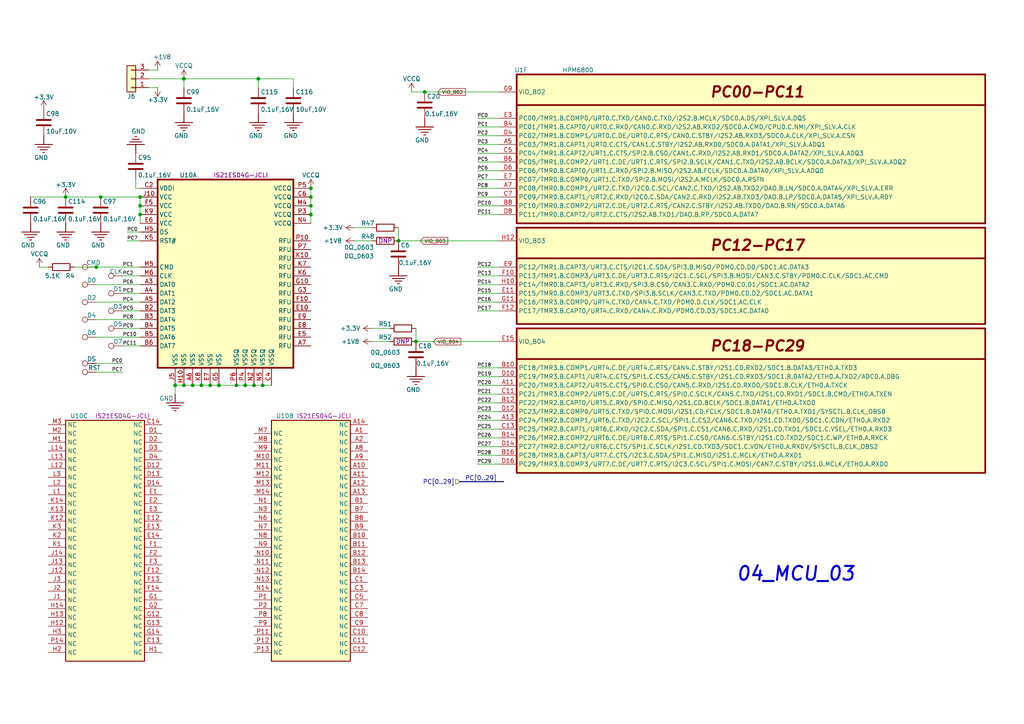
<source format=kicad_sch>
(kicad_sch (version 20230121) (generator eeschema)
  (paper "A4")
  (lib_symbols
    (symbol "0.1uF,16V_1" (pin_numbers hide) (pin_names (offset 0.254))
      (property "Reference" "C" (at 0.635 2.54 0))
      (property "Value" "0.1uF,16V_1" (at 0.635 -2.54 0))
      (symbol "0.1uF,16V_1_1_1"
        (pin passive line (at 0 3.81 270) (length 2.794) (name "~") (number "1"))
        (pin passive line (at 0 -3.81 90) (length 2.794) (name "~") (number "2"))
      )
    )
    (symbol "0.1uF,16V_2" (pin_numbers hide) (pin_names (offset 0.254))
      (property "Reference" "C" (at 0.635 2.54 0))
      (property "Value" "0.1uF,16V_2" (at 0.635 -2.54 0))
      (symbol "0.1uF,16V_2_1_1"
        (pin passive line (at 0 3.81 270) (length 2.794) (name "~") (number "1"))
        (pin passive line (at 0 -3.81 90) (length 2.794) (name "~") (number "2"))
      )
    )
    (symbol "0.1uF,16V_4" (pin_numbers hide) (pin_names (offset 0.254))
      (property "Reference" "C" (at 0.635 2.54 0))
      (property "Value" "0.1uF,16V_4" (at 0.635 -2.54 0))
      (symbol "0.1uF,16V_4_1_1"
        (pin passive line (at 0 3.81 270) (length 2.794) (name "~") (number "1"))
        (pin passive line (at 0 -3.81 90) (length 2.794) (name "~") (number "2"))
      )
    )
    (symbol "0.1uF,16V_5" (pin_numbers hide) (pin_names (offset 0.254))
      (property "Reference" "C" (at 0.635 2.54 0))
      (property "Value" "0.1uF,16V_5" (at 0.635 -2.54 0))
      (symbol "0.1uF,16V_5_1_1"
        (pin passive line (at 0 3.81 270) (length 2.794) (name "~") (number "1"))
        (pin passive line (at 0 -3.81 90) (length 2.794) (name "~") (number "2"))
      )
    )
    (symbol "0.1uF,16V_6" (pin_numbers hide) (pin_names (offset 0.254))
      (property "Reference" "C" (at 0.635 2.54 0))
      (property "Value" "0.1uF,16V_6" (at 0.635 -2.54 0))
      (symbol "0.1uF,16V_6_1_1"
        (pin passive line (at 0 3.81 270) (length 2.794) (name "~") (number "1"))
        (pin passive line (at 0 -3.81 90) (length 2.794) (name "~") (number "2"))
      )
    )
    (symbol "0.1uF,16V_7" (pin_numbers hide) (pin_names (offset 0.254))
      (property "Reference" "C" (at 0.635 2.54 0))
      (property "Value" "0.1uF,16V_7" (at 0.635 -2.54 0))
      (symbol "0.1uF,16V_7_1_1"
        (pin passive line (at 0 3.81 270) (length 2.794) (name "~") (number "1"))
        (pin passive line (at 0 -3.81 90) (length 2.794) (name "~") (number "2"))
      )
    )
    (symbol "0.1uF,16V_8" (pin_numbers hide) (pin_names (offset 0.254))
      (property "Reference" "C" (at 0.635 2.54 0))
      (property "Value" "0.1uF,16V_8" (at 0.635 -2.54 0))
      (symbol "0.1uF,16V_8_1_1"
        (pin passive line (at 0 3.81 270) (length 2.794) (name "~") (number "1"))
        (pin passive line (at 0 -3.81 90) (length 2.794) (name "~") (number "2"))
      )
    )
    (symbol "0.1uF,16V_9" (pin_numbers hide) (pin_names (offset 0.254))
      (property "Reference" "C" (at 0.635 2.54 0))
      (property "Value" "0.1uF,16V_9" (at 0.635 -2.54 0))
      (symbol "0.1uF,16V_9_1_1"
        (pin passive line (at 0 3.81 270) (length 2.794) (name "~") (number "1"))
        (pin passive line (at 0 -3.81 90) (length 2.794) (name "~") (number "2"))
      )
    )
    (symbol "00_HPM6800_Library:HPM6880IBD1"
      (property "Reference" "U" (at -33.02 1.27 0))
      (property "Value" "HPM6880IBD1" (at -22.86 1.27 0))
      (symbol "HPM6880IBD1_1_1"
        (text "DDR_DCDC" (at -6.35 -53.34 0) (effects (font (size 1.5 1.5) bold italic)))
        (text "VDDSOC_DCDC" (at -8.382 -1.524 0) (effects (font (size 1.5 1.5) bold italic)))
        (pin input line (at -40.64 -99.06 0) (length 5.08) (name "VREFL") (number "AA19"))
        (pin input line (at 5.08 -43.18 180) (length 5.08) (name "VDD_SOC") (number "AA9"))
        (pin input line (at 5.08 -99.06 180) (length 5.08) (name "DCDC_GND") (number "AE1"))
        (pin input line (at 5.08 -96.52 180) (length 5.08) (name "DCDC_GND") (number "AE3"))
        (pin input line (at 5.08 -93.98 180) (length 5.08) (name "DCDC_GND") (number "AE5"))
        (pin input line (at 5.08 -48.26 180) (length 5.08) (name "DCDC_SNS") (number "AE7"))
        (pin input line (at 5.08 -8.89 180) (length 5.08) (name "DCDC_LP\n") (number "AF2"))
        (pin input line (at 5.08 -6.35 180) (length 5.08) (name "DCDC_LP\n") (number "AF4"))
        (pin input line (at 5.08 -3.81 180) (length 5.08) (name "DCDC_LP\n") (number "AF6"))
        (pin input line (at 5.08 -91.44 180) (length 5.08) (name "DCDC_GND") (number "AF8"))
        (pin input line (at -40.64 -3.81 0) (length 5.08) (name "DCDC_IN") (number "AG3"))
        (pin input line (at -40.64 -6.35 0) (length 5.08) (name "DCDC_IN") (number "AG5"))
        (pin input line (at 5.08 -77.47 180) (length 5.08) (name "DCDCM_SNS") (number "AG7"))
        (pin input line (at -40.64 -8.89 0) (length 5.08) (name "DCDC_IN") (number "AH2"))
        (pin input line (at -40.64 -11.43 0) (length 5.08) (name "DCDC_IN") (number "AH4"))
        (pin input line (at 5.08 -60.96 180) (length 5.08) (name "DCDCM_LP") (number "AH6"))
        (pin input line (at 5.08 -88.9 180) (length 5.08) (name "DCDC_GND") (number "AH8"))
        (pin input line (at -40.64 -13.97 0) (length 5.08) (name "DCDC_IN") (number "AJ5"))
        (pin input line (at 5.08 -58.42 180) (length 5.08) (name "DCDCM_LP") (number "AJ7"))
        (pin input line (at -40.64 -55.88 0) (length 5.08) (name "VIO_B11") (number "J15"))
        (pin input line (at -40.64 -63.5 0) (length 5.08) (name "VPLL") (number "L13"))
        (pin input line (at -40.64 -60.96 0) (length 5.08) (name "VPLL") (number "M12"))
        (pin input line (at -40.64 -20.32 0) (length 5.08) (name "VDD_SOC") (number "M14"))
        (pin input line (at -40.64 -22.86 0) (length 5.08) (name "VDD_SOC") (number "M16"))
        (pin input line (at -40.64 -58.42 0) (length 5.08) (name "VPLL") (number "N11"))
        (pin input line (at -40.64 -25.4 0) (length 5.08) (name "VDD_SOC") (number "N13"))
        (pin input line (at -40.64 -27.94 0) (length 5.08) (name "VDD_SOC") (number "N17"))
        (pin input line (at -40.64 -30.48 0) (length 5.08) (name "VDD_SOC") (number "P12"))
        (pin input line (at -40.64 -33.02 0) (length 5.08) (name "VDD_SOC") (number "P14"))
        (pin input line (at -40.64 -35.56 0) (length 5.08) (name "VDD_SOC") (number "P16"))
        (pin input line (at -40.64 -38.1 0) (length 5.08) (name "VDD_SOC") (number "P18"))
        (pin input line (at -40.64 -53.34 0) (length 5.08) (name "VDDA_MIPI\n") (number "R9"))
        (pin input line (at -40.64 -40.64 0) (length 5.08) (name "VDD_SOC") (number "T12"))
        (pin input line (at -40.64 -43.18 0) (length 5.08) (name "VDD_SOC") (number "T14"))
        (pin input line (at -40.64 -45.72 0) (length 5.08) (name "VDD_SOC") (number "T16"))
        (pin input line (at -40.64 -48.26 0) (length 5.08) (name "VDD_SOC") (number "T18"))
        (pin input line (at -40.64 -82.55 0) (length 5.08) (name "VSSA") (number "T20"))
        (pin input line (at 5.08 -20.32 180) (length 5.08) (name "VDD_SOC") (number "U11"))
        (pin input line (at 5.08 -22.86 180) (length 5.08) (name "VDD_SOC") (number "U13"))
        (pin input line (at 5.08 -25.4 180) (length 5.08) (name "VDD_SOC") (number "U17"))
        (pin input line (at -40.64 -77.47 0) (length 5.08) (name "VANA") (number "U19"))
        (pin input line (at 5.08 -27.94 180) (length 5.08) (name "VDD_SOC") (number "V12"))
        (pin input line (at 5.08 -30.48 180) (length 5.08) (name "VDD_SOC") (number "V14"))
        (pin input line (at 5.08 -33.02 180) (length 5.08) (name "VDD_SOC") (number "V16"))
        (pin input line (at -40.64 -74.93 0) (length 5.08) (name "VANA") (number "V18"))
        (pin input line (at -40.64 -85.09 0) (length 5.08) (name "VSSA") (number "V20"))
        (pin input line (at 5.08 -35.56 180) (length 5.08) (name "VDD_SOC") (number "W11"))
        (pin input line (at 5.08 -38.1 180) (length 5.08) (name "VDD_SOC") (number "W13"))
        (pin input line (at -40.64 -72.39 0) (length 5.08) (name "VANA") (number "W17"))
        (pin input line (at -40.64 -91.44 0) (length 5.08) (name "VREFH") (number "W19"))
        (pin input line (at 5.08 -40.64 180) (length 5.08) (name "VDD_SOC") (number "Y10"))
        (pin input line (at -40.64 -96.52 0) (length 5.08) (name "VREFL") (number "Y18"))
        (pin input line (at -40.64 -88.9 0) (length 5.08) (name "VREFH") (number "Y20"))
      )
      (symbol "HPM6880IBD1_2_1"
        (pin input line (at -40.64 -8.89 0) (length 5.08) (name "VSS") (number "A15"))
        (pin input line (at -40.64 -11.43 0) (length 5.08) (name "VSS") (number "A21"))
        (pin input line (at -40.64 -13.97 0) (length 5.08) (name "VSS") (number "A27"))
        (pin input line (at -40.64 -3.81 0) (length 5.08) (name "VSS") (number "A3"))
        (pin input line (at -40.64 -6.35 0) (length 5.08) (name "VSS") (number "A9"))
        (pin input line (at 5.08 -52.07 180) (length 5.08) (name "VSS") (number "AA1"))
        (pin input line (at 5.08 -57.15 180) (length 5.08) (name "VSS") (number "AA11"))
        (pin input line (at 5.08 -59.69 180) (length 5.08) (name "VSS") (number "AA13"))
        (pin input line (at 5.08 -62.23 180) (length 5.08) (name "VSS") (number "AA17"))
        (pin input line (at 5.08 -64.77 180) (length 5.08) (name "VSS") (number "AA27"))
        (pin input line (at 5.08 -67.31 180) (length 5.08) (name "VSS") (number "AA29"))
        (pin input line (at 5.08 -54.61 180) (length 5.08) (name "VSS") (number "AA3"))
        (pin input line (at 5.08 -69.85 180) (length 5.08) (name "VSS") (number "AD28"))
        (pin input line (at 5.08 -72.39 180) (length 5.08) (name "VSS") (number "AE25"))
        (pin input line (at 5.08 -74.93 180) (length 5.08) (name "VSS") (number "AG1"))
        (pin input line (at 5.08 -80.01 180) (length 5.08) (name "VSS") (number "AG15"))
        (pin input line (at 5.08 -82.55 180) (length 5.08) (name "VSS") (number "AG21"))
        (pin input line (at 5.08 -85.09 180) (length 5.08) (name "VSS") (number "AG29"))
        (pin input line (at 5.08 -77.47 180) (length 5.08) (name "VSS") (number "AG9"))
        (pin input line (at 5.08 -87.63 180) (length 5.08) (name "VSS") (number "AH24"))
        (pin input line (at 5.08 -95.25 180) (length 5.08) (name "VSS") (number "AJ15"))
        (pin input line (at 5.08 -97.79 180) (length 5.08) (name "VSS") (number "AJ21"))
        (pin input line (at 5.08 -100.33 180) (length 5.08) (name "VSS") (number "AJ27"))
        (pin input line (at 5.08 -92.71 180) (length 5.08) (name "VSS") (number "AJ3"))
        (pin input line (at 5.08 -90.17 180) (length 5.08) (name "VSS") (number "AJ9"))
        (pin input line (at -40.64 -16.51 0) (length 5.08) (name "VSS") (number "C1"))
        (pin input line (at -40.64 -21.59 0) (length 5.08) (name "VSS") (number "C15"))
        (pin input line (at -40.64 -24.13 0) (length 5.08) (name "VSS") (number "C21"))
        (pin input line (at -40.64 -26.67 0) (length 5.08) (name "VSS") (number "C29"))
        (pin input line (at -40.64 -19.05 0) (length 5.08) (name "VSS") (number "C9"))
        (pin input line (at -40.64 -31.75 0) (length 5.08) (name "VSS") (number "E25"))
        (pin input line (at -40.64 -29.21 0) (length 5.08) (name "VSS") (number "E5"))
        (pin input line (at -40.64 -34.29 0) (length 5.08) (name "VSS") (number "J1"))
        (pin input line (at -40.64 -39.37 0) (length 5.08) (name "VSS") (number "J11"))
        (pin input line (at -40.64 -41.91 0) (length 5.08) (name "VSS") (number "J13"))
        (pin input line (at -40.64 -44.45 0) (length 5.08) (name "VSS") (number "J17"))
        (pin input line (at -40.64 -46.99 0) (length 5.08) (name "VSS") (number "J19"))
        (pin input line (at -40.64 -49.53 0) (length 5.08) (name "VSS") (number "J27"))
        (pin input line (at -40.64 -52.07 0) (length 5.08) (name "VSS") (number "J29"))
        (pin input line (at -40.64 -36.83 0) (length 5.08) (name "VSS") (number "J3"))
        (pin input line (at -40.64 -54.61 0) (length 5.08) (name "VSS") (number "K12"))
        (pin input line (at -40.64 -57.15 0) (length 5.08) (name "VSS") (number "K14"))
        (pin input line (at -40.64 -59.69 0) (length 5.08) (name "VSS") (number "K16"))
        (pin input line (at -40.64 -62.23 0) (length 5.08) (name "VSS") (number "K18"))
        (pin input line (at -40.64 -67.31 0) (length 5.08) (name "VSS") (number "L15"))
        (pin input line (at -40.64 -69.85 0) (length 5.08) (name "VSS") (number "L21"))
        (pin input line (at -40.64 -64.77 0) (length 5.08) (name "VSS") (number "L9"))
        (pin input line (at -40.64 -72.39 0) (length 5.08) (name "VSS") (number "M10"))
        (pin input line (at -40.64 -74.93 0) (length 5.08) (name "VSS") (number "M20"))
        (pin input line (at -40.64 -77.47 0) (length 5.08) (name "VSS") (number "M28"))
        (pin input line (at -40.64 -82.55 0) (length 5.08) (name "VSS") (number "N15"))
        (pin input line (at -40.64 -85.09 0) (length 5.08) (name "VSS") (number "N21"))
        (pin input line (at -40.64 -80.01 0) (length 5.08) (name "VSS") (number "N9"))
        (pin input line (at -40.64 -87.63 0) (length 5.08) (name "VSS") (number "P10"))
        (pin input line (at -40.64 -90.17 0) (length 5.08) (name "VSS") (number "P20"))
        (pin input line (at 5.08 -3.81 180) (length 5.08) (name "VSS") (number "R1"))
        (pin input line (at 5.08 -8.89 180) (length 5.08) (name "VSS") (number "R11"))
        (pin input line (at 5.08 -11.43 180) (length 5.08) (name "VSS") (number "R13"))
        (pin input line (at 5.08 -13.97 180) (length 5.08) (name "VSS") (number "R15"))
        (pin input line (at 5.08 -16.51 180) (length 5.08) (name "VSS") (number "R17"))
        (pin input line (at 5.08 -19.05 180) (length 5.08) (name "VSS") (number "R19"))
        (pin input line (at 5.08 -21.59 180) (length 5.08) (name "VSS") (number "R27"))
        (pin input line (at 5.08 -24.13 180) (length 5.08) (name "VSS") (number "R29"))
        (pin input line (at 5.08 -6.35 180) (length 5.08) (name "VSS") (number "R3"))
        (pin input line (at -40.64 -92.71 0) (length 5.08) (name "VSS") (number "T10"))
        (pin input line (at -40.64 -97.79 0) (length 5.08) (name "VSS") (number "U15"))
        (pin input line (at -40.64 -95.25 0) (length 5.08) (name "VSS") (number "U21"))
        (pin input line (at -40.64 -100.33 0) (length 5.08) (name "VSS") (number "U9"))
        (pin input line (at 5.08 -26.67 180) (length 5.08) (name "VSS") (number "V10"))
        (pin input line (at 5.08 -31.75 180) (length 5.08) (name "VSS") (number "V28"))
        (pin input line (at 5.08 -36.83 180) (length 5.08) (name "VSS") (number "W15"))
        (pin input line (at 5.08 -39.37 180) (length 5.08) (name "VSS") (number "W21"))
        (pin input line (at 5.08 -34.29 180) (length 5.08) (name "VSS") (number "W9"))
        (pin input line (at 5.08 -41.91 180) (length 5.08) (name "VSS") (number "Y12"))
        (pin input line (at 5.08 -44.45 180) (length 5.08) (name "VSS") (number "Y14"))
        (pin input line (at 5.08 -46.99 180) (length 5.08) (name "VSS") (number "Y16"))
      )
      (symbol "HPM6880IBD1_3_1"
        (text "DH" (at -15.24 -104.14 0) (effects (font (size 1.27 1.27) bold italic)))
        (text "DL" (at -15.24 -74.93 0) (effects (font (size 1.27 1.27) bold italic)))
        (pin input line (at -40.64 -11.43 0) (length 5.08) (name "VDDR") (number "AA21"))
        (pin input line (at -40.64 -26.67 0) (length 5.08) (name "VDDR") (number "AA23"))
        (pin input line (at -40.64 -8.89 0) (length 5.08) (name "VDDR") (number "AA25"))
        (pin input line (at -40.64 -29.21 0) (length 5.08) (name "VDDR") (number "AB22"))
        (pin input line (at -40.64 -104.14 0) (length 5.08) (name "DDR_CKP") (number "AB24"))
        (pin input line (at 5.08 -8.89 180) (length 5.08) (name "DDR_A2") (number "AB26"))
        (pin input line (at 5.08 -16.51 180) (length 5.08) (name "DDR_A5") (number "AB28"))
        (pin input line (at 5.08 -29.21 180) (length 5.08) (name "DDR_A10") (number "AC23"))
        (pin input line (at -40.64 -101.6 0) (length 5.08) (name "DDR_CKN") (number "AC25"))
        (pin input line (at 5.08 -3.81 180) (length 5.08) (name "DDR_A0") (number "AC27"))
        (pin input line (at 5.08 -11.43 180) (length 5.08) (name "DDR_A3") (number "AC29"))
        (pin input line (at 5.08 -41.91 180) (length 5.08) (name "DDR_A15") (number "AD24"))
        (pin input line (at 5.08 -34.29 180) (length 5.08) (name "DDR_A12") (number "AD26"))
        (pin input line (at 5.08 -6.35 180) (length 5.08) (name "DDR_A1") (number "AE27"))
        (pin input line (at -40.64 -68.58 0) (length 5.08) (name "DDR_BA1") (number "AE29"))
        (pin input line (at -40.64 -55.88 0) (length 5.08) (name "DDR_ZQ") (number "AF24"))
        (pin input line (at 5.08 -31.75 180) (length 5.08) (name "DDR_A11") (number "AF26"))
        (pin input line (at 5.08 -13.97 180) (length 5.08) (name "DDR_A4") (number "AF28"))
        (pin input line (at -40.64 -83.82 0) (length 5.08) (name "DDR_CKE0") (number "AG25"))
        (pin input line (at 5.08 -19.05 180) (length 5.08) (name "DDR_A6") (number "AG27"))
        (pin input line (at 5.08 -24.13 180) (length 5.08) (name "DDR_A8") (number "AH26"))
        (pin input line (at 5.08 -39.37 180) (length 5.08) (name "DDR_A14") (number "AH28"))
        (pin input line (at -40.64 -86.36 0) (length 5.08) (name "DDR_CKE1") (number "AJ25"))
        (pin input line (at -40.64 -24.13 0) (length 5.08) (name "VDDR") (number "J23"))
        (pin input line (at -40.64 -21.59 0) (length 5.08) (name "VDDR") (number "J25"))
        (pin input line (at 5.08 -104.14 180) (length 5.08) (name "DDR_DM1") (number "K22"))
        (pin input line (at 5.08 -81.28 180) (length 5.08) (name "DDR_D9") (number "K24"))
        (pin input line (at 5.08 -71.12 180) (length 5.08) (name "DDR_D6") (number "K26"))
        (pin input line (at 5.08 -66.04 180) (length 5.08) (name "DDR_D4") (number "K28"))
        (pin input line (at 5.08 -86.36 180) (length 5.08) (name "DDR_D11") (number "L23"))
        (pin input line (at 5.08 -91.44 180) (length 5.08) (name "DDR_D13") (number "L25"))
        (pin input line (at 5.08 -53.34 180) (length 5.08) (name "DDR_DQS0N") (number "L27"))
        (pin input line (at 5.08 -50.8 180) (length 5.08) (name "DDR_DQS0P") (number "L29"))
        (pin input line (at -40.64 -31.75 0) (length 5.08) (name "VDDR") (number "M22"))
        (pin input line (at 5.08 -96.52 180) (length 5.08) (name "DDR_D15") (number "M24"))
        (pin input line (at 5.08 -60.96 180) (length 5.08) (name "DDR_D2") (number "M26"))
        (pin input line (at 5.08 -93.98 180) (length 5.08) (name "DDR_D14") (number "N23"))
        (pin input line (at 5.08 -88.9 180) (length 5.08) (name "DDR_D12") (number "N25"))
        (pin input line (at 5.08 -55.88 180) (length 5.08) (name "DDR_D0") (number "N27"))
        (pin input line (at 5.08 -48.26 180) (length 5.08) (name "DDR_DM0") (number "N29"))
        (pin input line (at 5.08 -101.6 180) (length 5.08) (name "DDR_DQS1N") (number "P22"))
        (pin input line (at 5.08 -99.06 180) (length 5.08) (name "DDR_DQS1P") (number "P24"))
        (pin input line (at 5.08 -58.42 180) (length 5.08) (name "DDR_D1") (number "P26"))
        (pin input line (at 5.08 -63.5 180) (length 5.08) (name "DDR_D3") (number "P28"))
        (pin input line (at -40.64 -6.35 0) (length 5.08) (name "DDR_VREF") (number "R21"))
        (pin input line (at -40.64 -19.05 0) (length 5.08) (name "VDDR") (number "R23"))
        (pin input line (at -40.64 -16.51 0) (length 5.08) (name "VDDR") (number "R25"))
        (pin input line (at 5.08 -83.82 180) (length 5.08) (name "DDR_D10") (number "T22"))
        (pin input line (at 5.08 -78.74 180) (length 5.08) (name "DDR_D8") (number "T24"))
        (pin input line (at 5.08 -73.66 180) (length 5.08) (name "DDR_D7") (number "T26"))
        (pin input line (at 5.08 -68.58 180) (length 5.08) (name "DDR_D5") (number "T28"))
        (pin input line (at -40.64 -71.12 0) (length 5.08) (name "DDR_BA2") (number "U23"))
        (pin input line (at -40.64 -66.04 0) (length 5.08) (name "DDR_BA0") (number "U25"))
        (pin input line (at -40.64 -88.9 0) (length 5.08) (name "DDR_ODT0") (number "U27"))
        (pin input line (at -40.64 -91.44 0) (length 5.08) (name "DDR_ODT1") (number "U29"))
        (pin input line (at -40.64 -13.97 0) (length 5.08) (name "VDDR") (number "V22"))
        (pin input line (at -40.64 -78.74 0) (length 5.08) (name "DDR_CS0") (number "V24"))
        (pin input line (at -40.64 -81.28 0) (length 5.08) (name "DDR_CS1") (number "V26"))
        (pin input line (at -40.64 -60.96 0) (length 5.08) (name "DDR_WE") (number "W23"))
        (pin input line (at -40.64 -50.8 0) (length 5.08) (name "DDR_CAS") (number "W25"))
        (pin input line (at 5.08 -21.59 180) (length 5.08) (name "DDR_A7") (number "W27"))
        (pin input line (at -40.64 -58.42 0) (length 5.08) (name "DDR_RST") (number "W29"))
        (pin input line (at -40.64 -3.81 0) (length 5.08) (name "DDR_VREF") (number "Y22"))
        (pin input line (at -40.64 -53.34 0) (length 5.08) (name "DDR_RAS") (number "Y24"))
        (pin input line (at 5.08 -26.67 180) (length 5.08) (name "DDR_A9") (number "Y26"))
        (pin input line (at 5.08 -36.83 180) (length 5.08) (name "DDR_A13") (number "Y28"))
      )
      (symbol "HPM6880IBD1_4_1"
        (text "PA00-PA27" (at -66.04 -5.08 0) (effects (font (size 3 3) bold italic)))
        (pin input line (at -142.24 -63.5 0) (length 5.08) (name "PA20/TMR3.A.CAPT2/URT5.A.CTS/CAN5.A.RXD/I2S0.CD.BCLK/DIS0.AB.G2/CAM0.A.PIXCLK") (number "AA5"))
        (pin input line (at -142.24 -5.08 0) (length 5.08) (name "VIO_B00") (number "AA7"))
        (pin input line (at -142.24 -22.86 0) (length 5.08) (name "PA04/TMR1.A.CAPT2/URT1.A.CTS/CAN1.A.RXD/JTAG.A.TDO") (number "AB2"))
        (pin input line (at -142.24 -25.4 0) (length 5.08) (name "PA05/TMR1.A.COMP2/URT1.A.DE/URT1.A.RTS/CAN1.A.TXD/JTAG.A.TDI") (number "AB4"))
        (pin input line (at -142.24 -58.42 0) (length 5.08) (name "PA18/TMR3.A.COMP1/URT4.A.DE/URT4.A.RTS/CAN4.A.STBY/I2S0.CD.FCLK/DIS0.AB.R7/CAM0.A.D7/CPU0.A.NMI") (number "AB6"))
        (pin input line (at -142.24 -60.96 0) (length 5.08) (name "PA19/TMR3.A.CAPT1/URT4.A.CTS/CAN5.A.STBY/I2S0.C.MCLK/DIS0.AB.R6/CAM0.A.D6") (number "AB8"))
        (pin input line (at -142.24 -17.78 0) (length 5.08) (name "PA02/TMR1.A.COMP1/URT0.A.DE/URT0.A.RTS/CAN0.A.STBY/DAO.A.LN") (number "AC1"))
        (pin input line (at -142.24 -20.32 0) (length 5.08) (name "PA03/TMR1.A.CAPT1/URT0.A.CTS/CAN1.A.STBY/DAO.A.LP") (number "AC3"))
        (pin input line (at -142.24 -53.34 0) (length 5.08) (name "PA16/TMR3.A.COMP0/URT4.A.TXD/CAN4.A.TXD/I2S0.CD.RXD0/DIS0.AB.R5/CAM0.A.D9") (number "AC5"))
        (pin input line (at -142.24 -55.88 0) (length 5.08) (name "PA17/TMR3.A.CAPT0/URT4.A.RXD/CAN4.A.RXD/I2S0.CD.RXD2/DIS0.AB.R4/CAM0.A.D8") (number "AC7"))
        (pin input line (at -142.24 -12.7 0) (length 5.08) (name "PA00/TMR1.A.COMP0/URT0.A.TXD/CAN0.A.TXD/DAO.A.RN") (number "AD2"))
        (pin input line (at -142.24 -15.24 0) (length 5.08) (name "PA01/TMR1.A.CAPT0/URT0.A.RXD/CAN0.A.RXD/DAO.A.RP") (number "AD4"))
        (pin input line (at -142.24 -48.26 0) (length 5.08) (name "PA14/TMR0.A.CAPT3/URT3.A.RXD/CAN3.A.RXD/I2S0.CD.RXD1/DIS0.B.CLK/CAM0.A.VSYNC") (number "AD6"))
        (pin input line (at -142.24 -50.8 0) (length 5.08) (name "PA15/TMR0.A.COMP3/URT3.A.TXD/CAN3.A.TXD/I2S0.CD.RXD3/DIS0.AB.R3/CAM0.A.HSYNC") (number "AD8"))
        (pin input line (at -142.24 -43.18 0) (length 5.08) (name "PA12/TMR1.A.CAPT3/URT3.A.CTS/I2C1.A.SDA/SPI0.A.MISO/PDM0.AB.D0/DIS0.AB.G6/CAM0.A.D4") (number "U1"))
        (pin input line (at -142.24 -45.72 0) (length 5.08) (name "PA13/TMR1.A.COMP3/URT3.A.DE/URT3.A.RTS/I2C1.A.SCL/SPI0.A.MOSI/CAN3.A.STBY/PDM0.AB.D2/DIS0.AB.G5/CAM0.A.D5") (number "U3"))
        (pin input line (at -142.24 -78.74 0) (length 5.08) (name "PA26/TMR2.A.COMP2/URT6.A.DE/URT6.A.RTS/SPI1.A.CS0/CAN6.A.STBY/SDC1.A.CDN/CAM0.B.PIXCLK") (number "U5"))
        (pin input line (at -142.24 -81.28 0) (length 5.08) (name "PA27/TMR2.A.CAPT2/URT6.A.CTS/SPI1.A.SCLK/SDC1.A.WP/CAM0.B.D2") (number "U7"))
        (pin input line (at -142.24 -38.1 0) (length 5.08) (name "PA10/TMR0.A.COMP2/URT2.A.DE/URT2.A.RTS/SPI0.A.CS0/CAN2.A.STBY/PDM0.A.CLK/DIS0.AB.G4/CAM0.A.D3") (number "V2"))
        (pin input line (at -142.24 -40.64 0) (length 5.08) (name "PA11/TMR0.A.CAPT2/URT2.A.CTS/SPI0.A.SCLK/PDM0.B.CLK/DIS0.AB.G3/CAM0.A.D2") (number "V4"))
        (pin input line (at -142.24 -76.2 0) (length 5.08) (name "PA25/TMR2.A.CAPT1/URT6.A.RXD/I2C2.A.SDA/SPI1.A.MOSI/CAN6.A.RXD/I2S0.D.MCLK/SDC1.A.VSEL/CAM0.B.D3") (number "V6"))
        (pin input line (at -142.24 -7.62 0) (length 5.08) (name "VIO_B00") (number "V8"))
        (pin input line (at -142.24 -33.02 0) (length 5.08) (name "PA08/TMR0.A.COMP1/URT2.A.TXD/I2C0.A.SCL/CAN2.A.TXD/PDM0.AB.D1/JTAG.A.TRST") (number "W1"))
        (pin input line (at -142.24 -35.56 0) (length 5.08) (name "PA09/TMR0.A.CAPT1/URT2.A.RXD/I2C0.A.SDA/CAN2.A.RXD/PDM0.AB.D3") (number "W3"))
        (pin input line (at -142.24 -71.12 0) (length 5.08) (name "PA23/TMR2.A.COMP0/URT5.A.TXD/I2S0.CD.TXD0/SDC0.B.RSTN/CAM0.B.D4") (number "W5"))
        (pin input line (at -142.24 -73.66 0) (length 5.08) (name "PA24/TMR2.A.COMP1/URT6.A.TXD/I2C2.A.SCL/SPI1.A.MISO/CAN6.A.TXD/I2S0.CD.TXD2/SDC1.A.VON/CAM0.B.D5") (number "W7"))
        (pin input line (at -142.24 -27.94 0) (length 5.08) (name "PA06/TMR0.A.CAPT0/URT1.A.RXD/JTAG.A.TCK") (number "Y2"))
        (pin input line (at -142.24 -30.48 0) (length 5.08) (name "PA07/TMR0.A.COMP0/URT1.A.TXD/JTAG.A.TMS") (number "Y4"))
        (pin input line (at -142.24 -66.04 0) (length 5.08) (name "PA21/TMR3.A.COMP2/URT5.A.DE/URT5.A.RTS/CAN5.A.TXD/I2S0.CD.TXD1/CAM0.A.XCLK") (number "Y6"))
        (pin input line (at -142.24 -68.58 0) (length 5.08) (name "PA22/TMR2.A.CAPT0/URT5.A.RXD/I2S0.CD.TXD3") (number "Y8"))
      )
      (symbol "HPM6880IBD1_5_1"
        (text "PA28-PB31" (at -82.55 -7.62 0) (effects (font (size 3 3) bold italic)))
        (pin input line (at -158.75 -36.83 0) (length 5.08) (name "PB04/TMR5.A.CAPT2/URT1.B.CTS/SPI2.A.CS0/CAN1.B.RXD/DIS0.AB.B2/MIPI2.A.D0N/LVDS2.A.D0N") (number "F2"))
        (pin input line (at -158.75 -39.37 0) (length 5.08) (name "PB05/TMR5.A.COMP2/URT1.B.DE/URT1.B.RTS/SPI2.A.SCLK/CAN1.B.TXD/DIS0.AB.G7/MIPI2.A.D0P/LVDS2.A.D0P") (number "F4"))
        (pin input line (at -158.75 -82.55 0) (length 5.08) (name "PB22/TMR6.A.CAPT0/URT5.B.RXD/SPI1.B.MISO/I2S1.AB.TXD3/SDC0.B.DATA6/MIPI3.A.D0N/LVDS3.A.D0N") (number "F6"))
        (pin input line (at -158.75 -87.63 0) (length 5.08) (name "PB24/TMR6.A.COMP1/URT6.B.TXD/I2C2.B.SCL/SPI0.B.CS2/CAN6.B.TXD/I2S1.A.MCLK/SDC0.B.DATA7/MIPI3.A.D0P/LVDS3.A.D0P") (number "F8"))
        (pin input line (at -158.75 -41.91 0) (length 5.08) (name "PB06/TMR4.A.CAPT0/URT1.B.RXD/SPI2.A.MISO/DIS0.AB.B3/MIPI2.A.D1N/LVDS2.A.D1N") (number "G1"))
        (pin input line (at -158.75 -44.45 0) (length 5.08) (name "PB07/TMR4.A.COMP0/URT1.B.TXD/SPI2.A.MOSI/DIS0.AB.B4/MIPI2.A.D1P/LVDS2.A.D1P") (number "G3"))
        (pin input line (at -158.75 -90.17 0) (length 5.08) (name "PB25/TMR6.A.CAPT1/URT6.B.RXD/I2C2.B.SDA/SPI0.B.CS1/CAN6.B.RXD/I2S1.AB.BCLK/SDC0.B.DATA4/MIPI3.A.D1N/LVDS3.A.D1N") (number "G5"))
        (pin input line (at -158.75 -85.09 0) (length 5.08) (name "PB23/TMR6.A.COMP0/URT5.B.TXD/SPI1.B.MOSI/I2S1.AB.FCLK/SDC0.B.DATA5/MIPI3.A.D1P/LVDS3.A.D1P") (number "G7"))
        (pin input line (at -158.75 -46.99 0) (length 5.08) (name "PB08/TMR4.A.COMP1/URT2.B.TXD/I2C0.B.SCL/SPI3.A.CS2/CAN2.B.TXD/DIS0.AB.B6/MIPI2.A.CKN/LVDS2.A.CKN") (number "H2"))
        (pin input line (at -158.75 -49.53 0) (length 5.08) (name "PB09/TMR4.A.CAPT1/URT2.B.RXD/I2C0.B.SDA/SPI3.A.CS1/CAN2.B.RXD/DIS0.AB.B5/MIPI2.A.CKP/LVDS2.A.CKP") (number "H4"))
        (pin input line (at -158.75 -92.71 0) (length 5.08) (name "PB26/TMR6.A.COMP2/URT6.B.DE/URT6.B.RTS/SPI0.B.CS0/CAN6.B.STBY/I2S1.AB.RXD1/SDC0.BC.DATA3/MIPI3.A.CKN/LVDS3.A.CKN") (number "H6"))
        (pin input line (at -158.75 -95.25 0) (length 5.08) (name "PB27/TMR6.A.CAPT2/URT6.B.CTS/SPI0.B.SCLK/I2S1.AB.RXD3/SDC0.BC.DATA0/MIPI3.A.CKP/LVDS3.A.CKP") (number "H8"))
        (pin input line (at -158.75 -97.79 0) (length 5.08) (name "PB28/TMR7.A.CAPT3/URT7.B.CTS/I2C3.B.SDA/SPI0.B.MISO/I2S1.AB.RXD0/SDC0.BC.DATA1/CPU0.B.NMI/MIPI3.A.D2N/LVDS3.A.D2N") (number "J5"))
        (pin input line (at -158.75 -2.54 0) (length 5.08) (name "VIO_B01") (number "J7"))
        (pin input line (at -158.75 -52.07 0) (length 5.08) (name "PB10/TMR4.A.COMP2/URT2.B.DE/URT2.B.RTS/SPI3.A.CS0/CAN2.B.STBY/DIS0.AB.EN/MIPI2.A.D2N/LVDS2.A.D2N") (number "K2"))
        (pin input line (at -158.75 -54.61 0) (length 5.08) (name "PB11/TMR4.A.CAPT2/URT2.B.CTS/SPI3.A.SCLK/DIS0.AB.B7/MIPI2.A.D2P/LVDS2.A.D2P") (number "K4"))
        (pin input line (at -158.75 -100.33 0) (length 5.08) (name "PB29/TMR7.A.COMP3/URT7.B.DE/URT7.B.RTS/I2C3.B.SCL/SPI0.B.MOSI/CAN7.B.STBY/I2S1.AB.RXD2/SDC0.BC.DATA2/MIPI3.A.D2P/LVDS3.A.D2P") (number "K6"))
        (pin input line (at -158.75 -105.41 0) (length 5.08) (name "PB31/TMR6.A.COMP3/URT7.B.TXD/SPI0.B.DAT3/CAN7.B.TXD/SDC0.BC.CMD/MIPI3.A.D3P/LVDS3.A.D3P") (number "K8"))
        (pin input line (at -158.75 -57.15 0) (length 5.08) (name "PB12/TMR5.A.CAPT3/URT3.B.CTS/I2C1.B.SDA/SPI3.A.MISO/DIS0.AB.HSYNC/MIPI2.A.D3N/LVDS2.A.D3N") (number "L1"))
        (pin input line (at -158.75 -59.69 0) (length 5.08) (name "PB13/TMR5.A.COMP3/URT3.B.DE/URT3.B.RTS/I2C1.B.SCL/SPI3.A.MOSI/CAN3.B.STBY/DIS0.A.CLK/MIPI2.A.D3P/LVDS2.A.D3P") (number "L3"))
        (pin input line (at -158.75 -19.05 0) (length 5.08) (name "PA29/TMR3.A.COMP3/URT7.A.DE/URT7.A.RTS/I2C3.A.SCL/CAN7.A.STBY/CAM0.B.XCLK/MIPI1.A.REXT") (number "L5"))
        (pin input line (at -158.75 -102.87 0) (length 5.08) (name "PB30/TMR6.A.CAPT3/URT7.B.RXD/SPI0.B.DAT2/CAN7.B.RXD/SDC0.BC.CLK/MIPI3.A.D3N/LVDS3.A.D3N") (number "L7"))
        (pin input line (at -158.75 -62.23 0) (length 5.08) (name "PB14/TMR4.A.CAPT3/URT3.B.RXD/SPI3.A.DAT2/CAN3.B.RXD/DIS0.AB.VSYNC/SYSCTL.B.CLK_OBS1/MIPI2.A.REXT") (number "M2"))
        (pin input line (at -158.75 -64.77 0) (length 5.08) (name "PB15/TMR4.A.COMP3/URT3.B.TXD/SPI3.A.DAT3/CAN3.B.TXD/SDC0.B.DS/SYSCTL.B.CLK_OBS3/MIPI3.A.REXT") (number "M4"))
        (pin input line (at -158.75 -16.51 0) (length 5.08) (name "PA28/TMR3.A.CAPT3/URT7.A.CTS/I2C3.A.SDA/DIS0.AB.R0/MIPI0.A.REXT") (number "M6"))
        (pin input line (at -158.75 -5.08 0) (length 5.08) (name "VIO_B01") (number "M8"))
        (pin input line (at -158.75 -21.59 0) (length 5.08) (name "PA30/TMR2.A.CAPT3/URT7.A.RXD/CAN7.A.RXD/DIS0.AB.R2/MIPI0.A.D0N/LVDS0.A.D0N") (number "N1"))
        (pin input line (at -158.75 -24.13 0) (length 5.08) (name "PA31/TMR2.A.COMP3/URT7.A.TXD/CAN7.A.TXD/DIS0.AB.R1/MIPI0.A.D0P/LVDS0.A.D0P") (number "N3"))
        (pin input line (at -158.75 -67.31 0) (length 5.08) (name "PB16/TMR7.A.COMP0/URT4.B.TXD/CAN4.B.TXD/CAM0.B.D6/MIPI1.A.D0N/LVDS1.A.D0N") (number "N5"))
        (pin input line (at -158.75 -69.85 0) (length 5.08) (name "PB17/TMR7.A.CAPT0/URT4.B.RXD/CAN4.B.RXD/CAM0.B.D7/MIPI1.A.D0P/LVDS1.A.D0P") (number "N7"))
        (pin input line (at -158.75 -26.67 0) (length 5.08) (name "PB00/TMR5.A.COMP0/URT0.B.TXD/CAN0.B.TXD/DIS0.AB.G1/MIPI0.A.CKN/LVDS0.A.CKN") (number "P2"))
        (pin input line (at -158.75 -29.21 0) (length 5.08) (name "PB01/TMR5.A.CAPT0/URT0.B.RXD/CAN0.B.RXD/DIS0.AB.G0/MIPI0.A.CKP/LVDS0.A.CKP") (number "P4"))
        (pin input line (at -158.75 -72.39 0) (length 5.08) (name "PB18/TMR7.A.COMP1/URT4.B.DE/URT4.B.RTS/CAN4.B.STBY/I2S1.AB.TXD1/CAM0.B.D9/MIPI1.A.CKN/LVDS1.A.CKN") (number "P6"))
        (pin input line (at -158.75 -74.93 0) (length 5.08) (name "PB19/TMR7.A.CAPT1/URT4.B.CTS/SPI0.B.CS3/CAN5.B.STBY/I2S1.B.MCLK/CAM0.B.D8/MIPI1.A.CKP/LVDS1.A.CKP") (number "P8"))
        (pin input line (at -158.75 -7.62 0) (length 5.08) (name "VIO_B01") (number "R5"))
        (pin input line (at -158.75 -10.16 0) (length 5.08) (name "VIO_B01") (number "R7"))
        (pin input line (at -158.75 -31.75 0) (length 5.08) (name "PB02/TMR5.A.COMP1/URT0.B.DE/URT0.B.RTS/CAN0.B.STBY/DIS0.AB.B1/MIPI0.A.D1N/LVDS0.A.D1N") (number "T2"))
        (pin input line (at -158.75 -34.29 0) (length 5.08) (name "PB03/TMR5.A.CAPT1/URT0.B.CTS/SPI3.A.CS3/CAN1.B.STBY/DIS0.AB.B0/MIPI0.A.D1P/LVDS0.A.D1P") (number "T4"))
        (pin input line (at -158.75 -80.01 0) (length 5.08) (name "PB21/TMR7.A.COMP2/URT5.B.DE/URT5.B.RTS/SPI1.B.SCLK/CAN5.B.TXD/I2S1.AB.TXD0/CAM0.B.VSYNC/MIPI1.A.D1N/LVDS1.A.D1N") (number "T6"))
        (pin input line (at -158.75 -77.47 0) (length 5.08) (name "PB20/TMR7.A.CAPT2/URT5.B.CTS/SPI1.B.CS0/CAN5.B.RXD/I2S1.AB.TXD2/CAM0.B.HSYNC/MIPI1.A.D1P/LVDS1.A.D1P") (number "T8"))
      )
      (symbol "HPM6880IBD1_6_1"
        (text "PC00-PC11" (at -66.04 -5.08 0) (effects (font (size 3 3) bold italic)))
        (text "PC12-PC17" (at -66.04 -49.53 0) (effects (font (size 3 3) bold italic)))
        (text "PC18-PC29" (at -66.04 -78.74 0) (effects (font (size 3 3) bold italic)))
        (pin input line (at -140.97 -90.17 0) (length 5.08) (name "PC20/TMR3.B.CAPT2/URT5.C.CTS/SPI0.C.CS0/CAN5.C.RXD/I2S1.CD.RXD0/SDC1.B.CLK/ETH0.A.TXCK") (number "A11"))
        (pin input line (at -140.97 -100.33 0) (length 5.08) (name "PC24/TMR2.B.COMP1/URT6.C.TXD/I2C2.C.SCL/SPI1.C.CS2/CAN6.C.TXD/I2S1.CD.TXD0/SDC1.C.CDN/ETH0.A.RXD2") (number "A13"))
        (pin input line (at -140.97 -20.32 0) (length 5.08) (name "PC03/TMR1.B.CAPT1/URT0.C.CTS/CAN1.C.STBY/I2S2.AB.RXD0/SDC0.A.DATA1/XPI_SLV.A.ADQ1") (number "A5"))
        (pin input line (at -140.97 -33.02 0) (length 5.08) (name "PC08/TMR0.B.COMP1/URT2.C.TXD/I2C0.C.SCL/CAN2.C.TXD/I2S2.AB.TXD2/DAO.B.LN/SDC0.A.DATA4/XPI_SLV.A.ERR") (number "A7"))
        (pin input line (at -140.97 -85.09 0) (length 5.08) (name "PC18/TMR3.B.COMP1/URT4.C.DE/URT4.C.RTS/CAN4.C.STBY/I2S1.CD.RXD2/SDC1.B.DATA3/ETH0.A.TXD3") (number "B10"))
        (pin input line (at -140.97 -95.25 0) (length 5.08) (name "PC22/TMR2.B.CAPT0/URT5.C.RXD/SPI0.C.MISO/I2S1.CD.BCLK/SDC1.B.DATA1/ETH0.A.TXD0") (number "B12"))
        (pin input line (at -140.97 -105.41 0) (length 5.08) (name "PC26/TMR2.B.COMP2/URT6.C.DE/URT6.C.RTS/SPI1.C.CS0/CAN6.C.STBY/I2S1.CD.TXD2/SDC1.C.WP/ETH0.A.RXCK") (number "B14"))
        (pin input line (at -140.97 -110.49 0) (length 5.08) (name "PC28/TMR3.B.CAPT3/URT7.C.CTS/I2C3.C.SDA/SPI1.C.MISO/I2S1.C.MCLK/ETH0.A.RXD1") (number "B16"))
        (pin input line (at -140.97 -15.24 0) (length 5.08) (name "PC01/TMR1.B.CAPT0/URT0.C.RXD/CAN0.C.RXD/I2S2.AB.RXD2/SDC0.A.CMD/CPU0.C.NMI/XPI_SLV.A.CLK") (number "B4"))
        (pin input line (at -140.97 -25.4 0) (length 5.08) (name "PC05/TMR1.B.COMP2/URT1.C.DE/URT1.C.RTS/SPI2.B.SCLK/CAN1.C.TXD/I2S2.AB.BCLK/SDC0.A.DATA3/XPI_SLV.A.ADQ2") (number "B6"))
        (pin input line (at -140.97 -38.1 0) (length 5.08) (name "PC10/TMR0.B.COMP2/URT2.C.DE/URT2.C.RTS/CAN2.C.STBY/I2S2.AB.TXD0/DAO.B.RN/SDC0.A.DATA6") (number "B8"))
        (pin input line (at -140.97 -92.71 0) (length 5.08) (name "PC21/TMR3.B.COMP2/URT5.C.DE/URT5.C.RTS/SPI0.C.SCLK/CAN5.C.TXD/I2S1.CD.RXD1/SDC1.B.CMD/ETH0.A.TXEN") (number "C11"))
        (pin input line (at -140.97 -102.87 0) (length 5.08) (name "PC25/TMR2.B.CAPT1/URT6.C.RXD/I2C2.C.SDA/SPI1.C.CS1/CAN6.C.RXD/I2S1.CD.TXD1/SDC1.C.VSEL/ETH0.A.RXD3") (number "C13"))
        (pin input line (at -140.97 -22.86 0) (length 5.08) (name "PC04/TMR1.B.CAPT2/URT1.C.CTS/SPI2.B.CS0/CAN1.C.RXD/I2S2.AB.RXD1/SDC0.A.DATA2/XPI_SLV.A.ADQ3") (number "C5"))
        (pin input line (at -140.97 -35.56 0) (length 5.08) (name "PC09/TMR0.B.CAPT1/URT2.C.RXD/I2C0.C.SDA/CAN2.C.RXD/I2S2.AB.TXD3/DAO.B.LP/SDC0.A.DATA5/XPI_SLV.A.RDY") (number "C7"))
        (pin input line (at -140.97 -87.63 0) (length 5.08) (name "PC19/TMR3.B.CAPT1/URT4.C.CTS/SPI1.C.CS3/CAN5.C.STBY/I2S1.CD.RXD3/SDC1.B.DATA2/ETH0.A.TXD2/ADC0.A.DBG") (number "D10"))
        (pin input line (at -140.97 -97.79 0) (length 5.08) (name "PC23/TMR2.B.COMP0/URT5.C.TXD/SPI0.C.MOSI/I2S1.CD.FCLK/SDC1.B.DATA0/ETH0.A.TXD1/SYSCTL.B.CLK_OBS0") (number "D12"))
        (pin input line (at -140.97 -107.95 0) (length 5.08) (name "PC27/TMR2.B.CAPT2/URT6.C.CTS/SPI1.C.SCLK/I2S1.CD.TXD3/SDC1.C.VON/ETH0.A.RXDV/SYSCTL.B.CLK_OBS2") (number "D14"))
        (pin input line (at -140.97 -113.03 0) (length 5.08) (name "PC29/TMR3.B.COMP3/URT7.C.DE/URT7.C.RTS/I2C3.C.SCL/SPI1.C.MOSI/CAN7.C.STBY/I2S1.D.MCLK/ETH0.A.RXD0") (number "D16"))
        (pin input line (at -140.97 -17.78 0) (length 5.08) (name "PC02/TMR1.B.COMP1/URT0.C.DE/URT0.C.RTS/CAN0.C.STBY/I2S2.AB.RXD3/SDC0.A.CLK/XPI_SLV.A.CSN") (number "D4"))
        (pin input line (at -140.97 -27.94 0) (length 5.08) (name "PC06/TMR0.B.CAPT0/URT1.C.RXD/SPI2.B.MISO/I2S2.AB.FCLK/SDC0.A.DATA0/XPI_SLV.A.ADQ0") (number "D6"))
        (pin input line (at -140.97 -40.64 0) (length 5.08) (name "PC11/TMR0.B.CAPT2/URT2.C.CTS/I2S2.AB.TXD1/DAO.B.RP/SDC0.A.DATA7") (number "D8"))
        (pin input line (at -140.97 -63.5 0) (length 5.08) (name "PC15/TMR0.B.COMP3/URT3.C.TXD/SPI3.B.SCLK/CAN3.C.TXD/PDM0.CD.D2/SDC1.AC.DATA1") (number "E11"))
        (pin input line (at -140.97 -77.47 0) (length 5.08) (name "VIO_B04") (number "E15"))
        (pin input line (at -140.97 -12.7 0) (length 5.08) (name "PC00/TMR1.B.COMP0/URT0.C.TXD/CAN0.C.TXD/I2S2.B.MCLK/SDC0.A.DS/XPI_SLV.A.DQS") (number "E3"))
        (pin input line (at -140.97 -30.48 0) (length 5.08) (name "PC07/TMR0.B.COMP0/URT1.C.TXD/SPI2.B.MOSI/I2S2.A.MCLK/SDC0.A.RSTN") (number "E7"))
        (pin input line (at -140.97 -55.88 0) (length 5.08) (name "PC12/TMR1.B.CAPT3/URT3.C.CTS/I2C1.C.SDA/SPI3.B.MISO/PDM0.CD.D0/SDC1.AC.DATA3") (number "E9"))
        (pin input line (at -140.97 -58.42 0) (length 5.08) (name "PC13/TMR1.B.COMP3/URT3.C.DE/URT3.C.RTS/I2C1.C.SCL/SPI3.B.MOSI/CAN3.C.STBY/PDM0.C.CLK/SDC1.AC.CMD") (number "F10"))
        (pin input line (at -140.97 -68.58 0) (length 5.08) (name "PC17/TMR3.B.CAPT0/URT4.C.RXD/CAN4.C.RXD/PDM0.CD.D3/SDC1.AC.DATA0") (number "F12"))
        (pin input line (at -140.97 -66.04 0) (length 5.08) (name "PC16/TMR3.B.COMP0/URT4.C.TXD/CAN4.C.TXD/PDM0.D.CLK/SDC1.AC.CLK") (number "G11"))
        (pin input line (at -140.97 -5.08 0) (length 5.08) (name "VIO_B02") (number "G9"))
        (pin input line (at -140.97 -60.96 0) (length 5.08) (name "PC14/TMR0.B.CAPT3/URT3.C.RXD/SPI3.B.CS0/CAN3.C.RXD/PDM0.CD.D1/SDC1.AC.DATA2") (number "H10"))
        (pin input line (at -140.97 -48.26 0) (length 5.08) (name "VIO_B03") (number "H12"))
      )
      (symbol "HPM6880IBD1_7_1"
        (text "PC30-PD03" (at -66.04 -5.08 0) (effects (font (size 3 3) bold italic)))
        (text "PD04-PD19" (at -66.04 -34.29 0) (effects (font (size 3 3) bold italic)))
        (text "PD20-PD31" (at -66.04 -88.9 0) (effects (font (size 3 3) bold italic)))
        (pin input line (at -140.97 -41.91 0) (length 5.08) (name "PD04/TMR5.B.CAPT2/URT1.D.CTS/SPI3.C.CS0/CAN1.D.RXD/PDM0.EF.D0/XPI0.A.CA_CS0") (number "A17"))
        (pin input line (at -140.97 -52.07 0) (length 5.08) (name "PD08/TMR4.B.COMP1/URT2.D.TXD/I2C0.D.SCL/SPI2.C.CS2/CAN2.D.TXD/PDM0.E.CLK/XPI0.A.CA_D0/ETH0.B.TXCK") (number "A19"))
        (pin input line (at -140.97 -102.87 0) (length 5.08) (name "PD22/TMR6.B.CAPT0/URT5.D.RXD/SPI0.D.MISO/I2S3.AB.RXD0/ETH0.A.EVTI2") (number "A23"))
        (pin input line (at -140.97 -123.19 0) (length 5.08) (name "PD30/TMR6.B.CAPT3/URT7.D.RXD/SPI1.D.DAT2/CAN7.D.RXD/I2S3.A.MCLK/ETH0.A.EVTI0/SOC.A.REF0") (number "A25"))
        (pin input line (at -140.97 -46.99 0) (length 5.08) (name "PD06/TMR4.B.CAPT0/URT1.D.RXD/SPI3.C.MISO/I2S2.CD.RXD3/PDM0.F.CLK/XPI0.A.CA_SCLK/ETH0.B.TXD3") (number "B18"))
        (pin input line (at -140.97 -57.15 0) (length 5.08) (name "PD10/TMR4.B.COMP2/URT2.D.DE/URT2.D.RTS/SPI2.C.CS0/CAN2.D.STBY/I2S2.CD.TXD2/XPI0.A.CA_D2/ETH0.B.TXD0") (number "B20"))
        (pin input line (at -140.97 -97.79 0) (length 5.08) (name "PD20/TMR7.B.CAPT2/URT5.D.CTS/SPI0.D.CS0/CAN5.D.RXD/I2S3.AB.RXD1/ETH0.A.EVTI3") (number "B22"))
        (pin input line (at -140.97 -107.95 0) (length 5.08) (name "PD24/TMR6.B.COMP1/URT6.D.TXD/I2C2.D.SCL/SPI1.D.CS2/CAN6.D.TXD/I2S3.AB.BCLK/ETH0.A.EVTI1") (number "B24"))
        (pin input line (at -140.97 -44.45 0) (length 5.08) (name "PD05/TMR5.B.COMP2/URT1.D.DE/URT1.D.RTS/SPI3.C.SCLK/CAN1.D.TXD/PDM0.EF.D1/XPI0.A.CA_CS1") (number "C17"))
        (pin input line (at -140.97 -54.61 0) (length 5.08) (name "PD09/TMR4.B.CAPT1/URT2.D.RXD/I2C0.D.SDA/SPI2.C.CS1/CAN2.D.RXD/PDM0.EF.D2/XPI0.A.CA_D1/ETH0.B.TXEN") (number "C19"))
        (pin input line (at -140.97 -105.41 0) (length 5.08) (name "PD23/TMR6.B.COMP0/URT5.D.TXD/SPI0.D.MOSI/I2S3.AB.RXD2/ETH0.A.EVTO1") (number "C23"))
        (pin input line (at -140.97 -125.73 0) (length 5.08) (name "PD31/TMR6.B.COMP3/URT7.D.TXD/SPI1.D.DAT3/CAN7.D.TXD/I2S3.B.MCLK/ETH0.A.EVTO0/SOC.A.REF1") (number "C25"))
        (pin input line (at -140.97 -49.53 0) (length 5.08) (name "PD07/TMR4.B.COMP0/URT1.D.TXD/SPI3.C.MOSI/I2S2.CD.RXD2/PDM0.EF.D3/XPI0.A.CA_DQS/ETH0.B.TXD2") (number "D18"))
        (pin input line (at -140.97 -59.69 0) (length 5.08) (name "PD11/TMR4.B.CAPT2/URT2.D.CTS/SPI2.C.SCLK/I2S2.CD.TXD3/XPI0.A.CA_D3/ETH0.B.TXD1") (number "D20"))
        (pin input line (at -140.97 -100.33 0) (length 5.08) (name "PD21/TMR7.B.COMP2/URT5.D.DE/URT5.D.RTS/SPI0.D.SCLK/CAN5.D.TXD/I2S3.AB.RXD3/ETH0.A.EVTO3") (number "D22"))
        (pin input line (at -140.97 -110.49 0) (length 5.08) (name "PD25/TMR6.B.CAPT1/URT6.D.RXD/I2C2.D.SDA/SPI1.D.CS1/CAN6.D.RXD/I2S3.AB.FCLK/ETH0.A.EVTO2") (number "D24"))
        (pin input line (at -140.97 -12.7 0) (length 5.08) (name "PC30/TMR2.B.CAPT3/URT7.C.RXD/CAN7.C.RXD/DAO.C.LN/SDC1.B.CDN") (number "E13"))
        (pin input line (at -140.97 -62.23 0) (length 5.08) (name "PD12/TMR5.B.CAPT3/URT3.D.CTS/I2C1.D.SDA/SPI2.C.MISO/I2S2.CD.RXD1/XPI0.A.CB_CS0/ETH0.B.RXD1") (number "E17"))
        (pin input line (at -140.97 -69.85 0) (length 5.08) (name "PD15/TMR4.B.COMP3/URT3.D.TXD/SPI2.C.DAT3/CAN3.D.TXD/I2S2.CD.BCLK/XPI0.A.CB_D0/ETH0.B.RXDV") (number "E19"))
        (pin input line (at -140.97 -80.01 0) (length 5.08) (name "PD19/TMR7.B.CAPT1/URT4.D.CTS/SPI1.D.CS3/CAN5.D.STBY/I2S2.CD.TXD1/XPI0.A.CB_D2") (number "E21"))
        (pin input line (at -140.97 -118.11 0) (length 5.08) (name "PD28/TMR7.B.CAPT3/URT7.D.CTS/I2C3.D.SDA/SPI1.D.MISO/I2S3.AB.TXD0") (number "E23"))
        (pin input line (at -140.97 -17.78 0) (length 5.08) (name "PD00/TMR5.B.COMP0/URT0.D.TXD/CAN0.D.TXD/DAO.C.RN/SDC1.B.VON") (number "F14"))
        (pin input line (at -140.97 -22.86 0) (length 5.08) (name "PD02/TMR5.B.COMP1/URT0.D.DE/URT0.D.RTS/CAN0.D.STBY/ETH0.A.MDC") (number "F16"))
        (pin input line (at -140.97 -67.31 0) (length 5.08) (name "PD14/TMR4.B.CAPT3/URT3.D.RXD/SPI2.C.DAT2/CAN3.D.RXD/I2S2.CD.RXD0/XPI0.A.CB_SCLK/ETH0.B.RXCK") (number "F18"))
        (pin input line (at -140.97 -74.93 0) (length 5.08) (name "PD17/TMR7.B.CAPT0/URT4.D.RXD/CAN4.D.RXD/I2S2.CD.TXD0/XPI0.A.CB_DQS/ETH0.B.RXD2") (number "F20"))
        (pin input line (at -140.97 -113.03 0) (length 5.08) (name "PD26/TMR6.B.COMP2/URT6.D.DE/URT6.D.RTS/SPI1.D.CS0/CAN6.D.STBY/I2S3.AB.TXD1/ETH0.B.MDC") (number "F22"))
        (pin input line (at -140.97 -15.24 0) (length 5.08) (name "PC31/TMR2.B.COMP3/URT7.C.TXD/CAN7.C.TXD/DAO.C.LP/SDC1.B.VSEL") (number "G13"))
        (pin input line (at -140.97 -5.08 0) (length 5.08) (name "VIO_B05") (number "G15"))
        (pin input line (at -140.97 -64.77 0) (length 5.08) (name "PD13/TMR5.B.COMP3/URT3.D.DE/URT3.D.RTS/I2C1.D.SCL/SPI2.C.MOSI/CAN3.D.STBY/I2S2.D.MCLK/XPI0.A.CB_CS1/ETH0.B.RXD0") (number "G17"))
        (pin input line (at -140.97 -72.39 0) (length 5.08) (name "PD16/TMR7.B.COMP0/URT4.D.TXD/CAN4.D.TXD/I2S2.CD.FCLK/XPI0.A.CB_D1/ETH0.B.RXD3") (number "G19"))
        (pin input line (at -140.97 -34.29 0) (length 5.08) (name "VIO_B06") (number "G21"))
        (pin input line (at -140.97 -120.65 0) (length 5.08) (name "PD29/TMR7.B.COMP3/URT7.D.DE/URT7.D.RTS/I2C3.D.SCL/SPI1.D.MOSI/CAN7.D.STBY/I2S3.AB.TXD3/CPU0.D.NMI") (number "G23"))
        (pin input line (at -140.97 -20.32 0) (length 5.08) (name "PD01/TMR5.B.CAPT0/URT0.D.RXD/CAN0.D.RXD/DAO.C.RP/SDC1.B.WP") (number "H14"))
        (pin input line (at -140.97 -25.4 0) (length 5.08) (name "PD03/TMR5.B.CAPT1/URT0.D.CTS/CAN1.D.STBY/ETH0.A.MDIO") (number "H16"))
        (pin input line (at -140.97 -31.75 0) (length 5.08) (name "VIO_B06") (number "H18"))
        (pin input line (at -140.97 -77.47 0) (length 5.08) (name "PD18/TMR7.B.COMP1/URT4.D.DE/URT4.D.RTS/CAN4.D.STBY/I2S2.C.MCLK/XPI0.A.CB_D3") (number "H20"))
        (pin input line (at -140.97 -115.57 0) (length 5.08) (name "PD27/TMR6.B.CAPT2/URT6.D.CTS/SPI1.D.SCLK/I2S3.AB.TXD2/ETH0.B.MDIO") (number "H22"))
        (pin input line (at -140.97 -87.63 0) (length 5.08) (name "VIO_B07") (number "J21"))
      )
      (symbol "HPM6880IBD1_8_1"
        (text "PE00-PE15" (at -68.58 -5.08 0) (effects (font (size 3 3) bold italic)))
        (text "PE16-PE31" (at -68.58 -59.69 0) (effects (font (size 3 3) bold italic)))
        (pin input line (at -143.51 -58.42 0) (length 5.08) (name "VIO_B09\n") (number "AB18"))
        (pin input line (at -143.51 -97.79 0) (length 5.08) (name "PE28/TMR3.C.CAPT3/URT7.E.CTS/I2C3.E.SDA/SPI1.E.MISO/DAO.E.RP/USB0.C.ID/ADC0.A.IN1") (number "AB20"))
        (pin input line (at -143.51 -102.87 0) (length 5.08) (name "PE30/TMR2.C.CAPT3/URT7.E.RXD/SPI1.E.DAT2/CAN7.E.RXD/DAO.E.RN/USB0.C.OC/ADC0.A.IN5/ADC1.A.INN/OPA0.A.IN0N") (number "AC19"))
        (pin input line (at -143.51 -60.96 0) (length 5.08) (name "VIO_B09") (number "AC21"))
        (pin input line (at -143.51 -105.41 0) (length 5.08) (name "PE31/TMR2.C.COMP3/URT7.E.TXD/SPI1.E.DAT3/CAN7.E.TXD/DAO.E.LP/ADC0.A.IN7/ADC1.A.INP/OPA0.A.IN0P") (number "AD18"))
        (pin input line (at -143.51 -95.25 0) (length 5.08) (name "PE27/TMR2.C.CAPT2/URT6.E.CTS/SPI1.E.SCLK/I2S0.B.MCLK/USB0.C.PWR/ADC0.A.IN11/OPA0.A.IN1N") (number "AD20"))
        (pin input line (at -143.51 -90.17 0) (length 5.08) (name "PE25/TMR2.C.CAPT1/URT6.E.RXD/I2C2.E.SDA/SPI1.E.CS1/CAN6.E.RXD/I2S0.A.MCLK/ETH0.D.MDC/ADC0.A.IN0") (number "AD22"))
        (pin input line (at -143.51 -100.33 0) (length 5.08) (name "PE29/TMR3.C.COMP3/URT7.E.DE/URT7.E.RTS/I2C3.E.SCL/SPI1.E.MOSI/CAN7.E.STBY/DAO.E.LN/ADC0.A.IN3/OPA0.A.OUT") (number "AE19"))
        (pin input line (at -143.51 -92.71 0) (length 5.08) (name "PE26/TMR2.C.COMP2/URT6.E.DE/URT6.E.RTS/SPI1.E.CS0/CAN6.E.STBY/I2S0.AB.BCLK/ADC0.A.IN14/OPA0.A.IN3N") (number "AE21"))
        (pin input line (at -143.51 -87.63 0) (length 5.08) (name "PE24/TMR2.C.COMP1/URT6.E.TXD/I2C2.E.SCL/SPI1.E.CS2/CAN6.E.TXD/I2S0.AB.FCLK/ETH0.D.MDIO/ADC0.A.IN12") (number "AE23"))
        (pin input line (at -143.51 -80.01 0) (length 5.08) (name "PE21/TMR3.C.COMP2/URT5.E.DE/URT5.E.RTS/SPI0.E.SCLK/CAN5.E.TXD/I2S0.AB.RXD1/ETH0.C.EVTI2/ADC0.A.IN2/OPA0.A.IN3P") (number "AF20"))
        (pin input line (at -143.51 -74.93 0) (length 5.08) (name "PE19/TMR3.C.CAPT1/URT4.E.CTS/SPI1.E.CS3/CAN5.E.STBY/I2S0.AB.TXD1/ETH0.C.EVTI1/ADC0.A.IN10/OPA0.A.IN2N") (number "AF22"))
        (pin input line (at -143.51 -85.09 0) (length 5.08) (name "PE23/TMR2.C.COMP0/URT5.E.TXD/SPI0.E.MOSI/I2S0.AB.RXD3/ETH0.C.EVTI3/USB0.B.OC/ADC0.A.IN6/OPA0.A.IN1P") (number "AG19"))
        (pin input line (at -143.51 -69.85 0) (length 5.08) (name "PE17/TMR3.C.CAPT0/URT4.E.RXD/CAN4.E.RXD/I2S0.AB.TXD3/ETH0.C.EVTI0/ADC0.A.IN13") (number "AG23"))
        (pin input line (at -143.51 -77.47 0) (length 5.08) (name "PE20/TMR3.C.CAPT2/URT5.E.CTS/SPI0.E.CS0/CAN5.E.RXD/I2S0.AB.RXD0/ETH0.C.EVTO2/USB0.B.ID/OPA0.A.EXT") (number "AH20"))
        (pin input line (at -143.51 -72.39 0) (length 5.08) (name "PE18/TMR3.C.COMP1/URT4.E.DE/URT4.E.RTS/CAN4.E.STBY/I2S0.AB.TXD0/ETH0.C.EVTO1/USB0.B.PWR/ADC0.A.IN9") (number "AH22"))
        (pin input line (at -143.51 -82.55 0) (length 5.08) (name "PE22/TMR2.C.CAPT0/URT5.E.RXD/SPI0.E.MISO/I2S0.AB.RXD2/ETH0.C.EVTO3/ADC0.A.IN4/OPA0.A.IN2P") (number "AJ19"))
        (pin input line (at -143.51 -67.31 0) (length 5.08) (name "PE16/TMR3.C.COMP0/URT4.E.TXD/CAN4.E.TXD/I2S0.AB.TXD2/ETH0.C.EVTO0/ADC0.A.IN8") (number "AJ23"))
        (pin input line (at -143.51 -15.24 0) (length 5.08) (name "PE01/TMR1.C.CAPT0/URT0.E.RXD/CAN0.E.RXD/I2S3.CD.TXD2/PDM0.GH.D1") (number "B26"))
        (pin input line (at -143.51 -12.7 0) (length 5.08) (name "PE00/TMR1.C.COMP0/URT0.E.TXD/CAN0.E.TXD/I2S3.CD.TXD3/PDM0.G.CLK/SYSCTL.A.CLK_OBS0") (number "B28"))
        (pin input line (at -143.51 -17.78 0) (length 5.08) (name "PE02/TMR1.C.COMP1/URT0.E.DE/URT0.E.RTS/CAN0.E.STBY/I2S3.CD.TXD1/PDM0.GH.D0/SYSCTL.A.CLK_OBS2") (number "C27"))
        (pin input line (at -143.51 -22.86 0) (length 5.08) (name "PE04/TMR1.C.CAPT2/URT1.E.CTS/SPI3.D.CS0/CAN1.E.RXD/I2S3.D.MCLK/SYSCTL.A.CLK_OBS3") (number "D26"))
        (pin input line (at -143.51 -20.32 0) (length 5.08) (name "PE03/TMR1.C.CAPT1/URT0.E.CTS/SPI2.D.CS3/CAN1.E.STBY/I2S3.CD.TXD0/SYSCTL.A.CLK_OBS1") (number "D28"))
        (pin input line (at -143.51 -35.56 0) (length 5.08) (name "PE09/TMR0.C.CAPT1/URT2.E.RXD/I2C0.E.SDA/SPI2.D.CS1/CAN2.E.RXD/I2S3.C.MCLK/ETH0.B.EVTI3") (number "E27"))
        (pin input line (at -143.51 -33.02 0) (length 5.08) (name "PE08/TMR0.C.COMP1/URT2.E.TXD/I2C0.E.SCL/SPI2.D.CS2/CAN2.E.TXD/I2S3.CD.FCLK/ETH0.B.EVTO3") (number "E29"))
        (pin input line (at -143.51 -27.94 0) (length 5.08) (name "PE06/TMR0.C.CAPT0/URT1.E.RXD/SPI3.D.MISO/DAO.D.LN") (number "F24"))
        (pin input line (at -143.51 -40.64 0) (length 5.08) (name "PE11/TMR0.C.CAPT2/URT2.E.CTS/SPI2.D.SCLK/DAO.D.RN/ETH0.B.EVTI2") (number "F26"))
        (pin input line (at -143.51 -38.1 0) (length 5.08) (name "PE10/TMR0.C.COMP2/URT2.E.DE/URT2.E.RTS/SPI2.D.CS0/CAN2.E.STBY/I2S3.CD.BCLK/ETH0.B.EVTO1") (number "F28"))
        (pin input line (at -143.51 -25.4 0) (length 5.08) (name "PE05/TMR1.C.COMP2/URT1.E.DE/URT1.E.RTS/SPI3.D.SCLK/CAN1.E.TXD/DAO.D.RP") (number "G25"))
        (pin input line (at -143.51 -45.72 0) (length 5.08) (name "PE13/TMR1.C.COMP3/URT3.E.DE/URT3.E.RTS/I2C1.E.SCL/SPI2.D.MOSI/CAN3.E.STBY/I2S3.CD.RXD0/PDM0.GH.D3/ETH0.B.EVTI1") (number "G27"))
        (pin input line (at -143.51 -43.18 0) (length 5.08) (name "PE12/TMR1.C.CAPT3/URT3.E.CTS/I2C1.E.SDA/SPI2.D.MISO/I2S3.CD.RXD1/PDM0.GH.D2/ETH0.B.EVTO2") (number "G29"))
        (pin input line (at -143.51 -30.48 0) (length 5.08) (name "PE07/TMR0.C.COMP0/URT1.E.TXD/SPI3.D.MOSI/DAO.D.LP") (number "H24"))
        (pin input line (at -143.51 -50.8 0) (length 5.08) (name "PE15/TMR0.C.COMP3/URT3.E.TXD/SPI2.D.DAT3/CAN3.E.TXD/I2S3.CD.RXD2/ETH0.C.MDC/ETH0.B.EVTI0") (number "H26"))
        (pin input line (at -143.51 -48.26 0) (length 5.08) (name "PE14/TMR0.C.CAPT3/URT3.E.RXD/SPI2.D.DAT2/CAN3.E.RXD/I2S3.CD.RXD3/PDM0.H.CLK/ETH0.C.MDIO/ETH0.B.EVTO0") (number "H28"))
        (pin input line (at -143.51 -2.54 0) (length 5.08) (name "VIO_B08") (number "K20"))
        (pin input line (at -143.51 -5.08 0) (length 5.08) (name "VIO_B08") (number "L19"))
      )
      (symbol "HPM6880IBD1_9_1"
        (text "PF00-PF09" (at -66.04 -5.08 0) (effects (font (size 3 3) bold italic)))
        (pin input line (at -140.97 -3.81 0) (length 5.08) (name "VIO_B10") (number "AA15"))
        (pin input line (at -140.97 -34.29 0) (length 5.08) (name "PF09/TMR4.C.CAPT1/URT2.F.RXD/I2C0.F.SDA/SPI3.E.CS1/CAN2.F.RXD/ETH0.E.MDC/ETH0.D.EVTI3") (number "AB16"))
        (pin input line (at -140.97 -29.21 0) (length 5.08) (name "PF07/TMR4.C.COMP0/URT1.F.TXD/SPI2.E.MOSI/ETH0.D.EVTI1/") (number "AC17"))
        (pin input line (at -140.97 -31.75 0) (length 5.08) (name "PF08/TMR4.C.COMP1/URT2.F.TXD/I2C0.F.SCL/SPI3.E.CS2/CAN2.F.TXD/ETH0.E.MDIO/ETH0.D.EVTI2") (number "AD16"))
        (pin input line (at -140.97 -26.67 0) (length 5.08) (name "PF06/TMR4.C.CAPT0/URT1.F.RXD/SPI2.E.MISO/ETH0.D.EVTI0") (number "AE17"))
        (pin input line (at -140.97 -24.13 0) (length 5.08) (name "PF05/TMR5.C.COMP2/URT1.F.DE/URT1.F.RTS/SPI2.E.SCLK/CAN1.F.TXD/PDM0.JK.D0/ETH0.D.EVTO3") (number "AF16"))
        (pin input line (at -140.97 -13.97 0) (length 5.08) (name "PF01/TMR5.C.CAPT0/URT0.F.RXD/CAN0.F.RXD/PDM0.JK.D2/CPU0.E.NMI") (number "AF18"))
        (pin input line (at -140.97 -19.05 0) (length 5.08) (name "PF03/TMR5.C.CAPT1/URT0.F.CTS/SPI3.E.CS3/CAN1.F.STBY/PDM0.JK.D1/ETH0.D.EVTO1/USB0.A.OC") (number "AG17"))
        (pin input line (at -140.97 -21.59 0) (length 5.08) (name "PF04/TMR5.C.CAPT2/URT1.F.CTS/SPI2.E.CS0/CAN1.F.RXD/PDM0.J.CLK/ETH0.D.EVTO2/USB0.A.ID") (number "AH16"))
        (pin input line (at -140.97 -11.43 0) (length 5.08) (name "PF00/TMR5.C.COMP0/URT0.F.TXD/CAN0.F.TXD/PDM0.K.CLK/USB0.A.PWR") (number "AH18"))
        (pin input line (at -140.97 -16.51 0) (length 5.08) (name "PF02/TMR5.C.COMP1/URT0.F.DE/URT0.F.RTS/CAN0.F.STBY/PDM0.JK.D3/ETH0.D.EVTO0") (number "AJ17"))
      )
      (symbol "HPM6880IBD1_10_1"
        (text "PY00-PY07" (at -66.04 -39.37 0) (effects (font (size 3 3) bold italic)))
        (text "PZ00-PZ07" (at -66.04 -3.81 0) (effects (font (size 3 3) bold italic)))
        (pin input line (at -140.97 -29.21 0) (length 5.08) (name "PZ07/TMR2.D.COMP0/URT5.G.TXD/SPI0.G.MOSI") (number "AB10"))
        (pin input line (at -140.97 -40.64 0) (length 5.08) (name "VPMC") (number "AB12"))
        (pin input line (at -140.97 -13.97 0) (length 5.08) (name "PZ01/TMR3.D.CAPT0/URT4.G.RXD/CAN4.G.RXD") (number "AB14"))
        (pin input line (at -140.97 -24.13 0) (length 5.08) (name "PZ05/TMR3.D.COMP2/URT5.G.DE/URT5.G.RTS/SPI0.G.SCLK/CAN5.G.TXD/DAO.F.LN") (number "AC11"))
        (pin input line (at -140.97 -19.05 0) (length 5.08) (name "PZ03/TMR3.D.CAPT1/URT4.G.CTS/CAN5.G.STBY/DAO.F.RN") (number "AC13"))
        (pin input line (at -140.97 -6.35 0) (length 5.08) (name "VBAT") (number "AC15"))
        (pin input line (at 5.08 -44.45 180) (length 5.08) (name "VDD_PMCCAP") (number "AC9"))
        (pin input line (at -140.97 -26.67 0) (length 5.08) (name "PZ06/TMR2.D.CAPT0/URT5.G.RXD/SPI0.G.MISO") (number "AD10"))
        (pin input line (at -140.97 -38.1 0) (length 5.08) (name "VPMC") (number "AD12"))
        (pin input line (at -140.97 -11.43 0) (length 5.08) (name "PZ00/TMR3.D.COMP0/URT4.G.TXD/CAN4.G.TXD") (number "AD14"))
        (pin input line (at -140.97 -21.59 0) (length 5.08) (name "PZ04/TMR3.D.CAPT2/URT5.G.CTS/SPI0.G.CS0/CAN5.G.RXD/DAO.F.LP") (number "AE11"))
        (pin input line (at -140.97 -16.51 0) (length 5.08) (name "PZ02/TMR3.D.COMP1/URT4.G.DE/URT4.G.RTS/CAN4.G.STBY/DAO.F.RP") (number "AE13"))
        (pin input line (at -140.97 -3.81 0) (length 5.08) (name "VBAT") (number "AE15"))
        (pin input line (at -140.97 -68.58 0) (length 5.08) (name "PY07/TMR0.D.COMP0/URT1.G.TXD/SPI2.F.MOSI/PDM0.LM.D0") (number "AF10"))
        (pin input line (at -140.97 -58.42 0) (length 5.08) (name "PY03/TMR1.D.CAPT1/URT0.G.CTS/CAN1.G.STBY/PDM0.LM.D2") (number "AF12"))
        (pin input line (at -140.97 -63.5 0) (length 5.08) (name "PY05/TMR1.D.COMP2/URT1.G.DE/URT1.G.RTS/SPI2.F.SCLK/CAN1.G.TXD/PDM0.LM.D1") (number "AG11"))
        (pin input line (at -140.97 -53.34 0) (length 5.08) (name "PY01/TMR1.D.CAPT0/URT0.G.RXD/CAN0.G.RXD") (number "AG13"))
        (pin input line (at -140.97 -66.04 0) (length 5.08) (name "PY06/TMR0.D.CAPT0/URT1.G.RXD/SPI2.F.MISO/PDM0.L.CLK") (number "AH10"))
        (pin input line (at -140.97 -55.88 0) (length 5.08) (name "PY02/TMR1.D.COMP1/URT0.G.DE/URT0.G.RTS/CAN0.G.STBY/PDM0.M.CLK") (number "AH12"))
        (pin input line (at -140.97 -60.96 0) (length 5.08) (name "PY04/TMR1.D.CAPT2/URT1.G.CTS/SPI2.F.CS0/CAN1.G.RXD/PDM0.LM.D3") (number "AJ11"))
        (pin input line (at -140.97 -50.8 0) (length 5.08) (name "PY00/TMR1.D.COMP0/URT0.G.TXD/CAN0.G.TXD") (number "AJ13"))
        (pin input line (at 5.08 -36.83 180) (length 5.08) (name "VDD_2V5CAP") (number "L17"))
        (pin input line (at 5.08 -39.37 180) (length 5.08) (name "VDD_2V5CAP") (number "M18"))
        (pin input line (at 5.08 -41.91 180) (length 5.08) (name "VDD_2V5CAP") (number "N19"))
      )
      (symbol "HPM6880IBD1_11_1"
        (pin input line (at 5.08 -5.08 180) (length 5.08) (name "USB0_DP") (number "B2"))
        (pin input line (at 5.08 -7.62 180) (length 5.08) (name "USB0_DN") (number "C3"))
        (pin input line (at -36.83 -10.16 0) (length 5.08) (name "USB0_VBUS") (number "J9"))
        (pin input line (at -36.83 -5.08 0) (length 5.08) (name "VUSB") (number "K10"))
        (pin input line (at -36.83 -7.62 0) (length 5.08) (name "VUSB") (number "L11"))
      )
      (symbol "HPM6880IBD1_12_1"
        (pin input line (at -38.1 -15.24 0) (length 5.08) (name "RESETN") (number "AE9"))
        (pin input line (at 5.08 -3.81 180) (length 5.08) (name "RTC_XTAL_OUT") (number "AF14"))
        (pin input line (at 5.08 -7.62 180) (length 5.08) (name "RTC_XTAL_IN") (number "AH14"))
        (pin input line (at -38.1 -7.62 0) (length 5.08) (name "XTAL_OUT") (number "D2"))
        (pin input line (at -38.1 -3.81 0) (length 5.08) (name "XTAL_IN") (number "E1"))
      )
    )
    (symbol "01-HPM-Peripheral:TestPoint-0.5mm" (pin_numbers hide) (pin_names (offset 0.762) hide)
      (property "Value" "TestPoint-0.5mm" (at -1.27 5.08 0))
      (symbol "TestPoint-0.5mm_1_1"
        (pin passive line (at 0 0 90) (length 2.54) (name "1") (number "1"))
      )
    )
    (symbol "02_HPM_Resistor:0Ω_0603" (pin_numbers hide) (pin_names (offset 0))
      (property "Reference" "R" (at -5.08 1.27 0))
      (property "Value" "0Ω_0603" (at 7.62 1.27 0))
      (symbol "0Ω_0603_1_1"
        (pin passive line (at -3.81 0 0) (length 1.27) (name "~") (number "1"))
        (pin passive line (at 3.81 0 180) (length 1.27) (name "~") (number "2"))
      )
    )
    (symbol "03_HPM_Capacitance:0.1uF,16V" (pin_numbers hide) (pin_names (offset 0.254))
      (property "Reference" "C" (at 0.635 2.54 0))
      (property "Value" "0.1uF,16V" (at 0.635 -2.54 0))
      (symbol "0.1uF,16V_1_1"
        (pin passive line (at 0 3.81 270) (length 2.794) (name "~") (number "1"))
        (pin passive line (at 0 -3.81 90) (length 2.794) (name "~") (number "2"))
      )
    )
    (symbol "03_HPM_Capacitance:10uF,10V" (pin_numbers hide) (pin_names (offset 0.254))
      (property "Reference" "C" (at 0.635 2.54 0))
      (property "Value" "10uF,10V" (at 0.635 -2.54 0))
      (symbol "10uF,10V_1_1"
        (pin passive line (at 0 3.81 270) (length 2.794) (name "~") (number "1"))
        (pin passive line (at 0 -3.81 90) (length 2.794) (name "~") (number "2"))
      )
    )
    (symbol "10_HPM_Storage:eMMC"
      (property "Reference" "U" (at 1.27 1.27 0))
      (property "Model" "IS21ES04G-JCLI" (at 15.24 1.27 0))
      (symbol "eMMC_1_1"
        (pin free line (at -5.08 -30.48 0) (length 5.08) (name "DAT0") (number "A3"))
        (pin free line (at -5.08 -33.02 0) (length 5.08) (name "DAT1") (number "A4"))
        (pin free line (at -5.08 -35.56 0) (length 5.08) (name "DAT2") (number "A5"))
        (pin free line (at 10.16 -59.69 90) (length 5.08) (name "VSS") (number "A6"))
        (pin free line (at 44.45 -48.26 180) (length 5.08) (name "RFU") (number "A7"))
        (pin free line (at -5.08 -38.1 0) (length 5.08) (name "DAT3") (number "B2"))
        (pin free line (at -5.08 -40.64 0) (length 5.08) (name "DAT4") (number "B3"))
        (pin free line (at -5.08 -43.18 0) (length 5.08) (name "DAT5") (number "B4"))
        (pin free line (at -5.08 -45.72 0) (length 5.08) (name "DAT6") (number "B5"))
        (pin free line (at -5.08 -48.26 0) (length 5.08) (name "DAT7") (number "B6"))
        (pin free line (at -5.08 -2.54 0) (length 5.08) (name "VDDI") (number "C2"))
        (pin free line (at 33.02 -59.69 90) (length 5.08) (name "VSSQ") (number "C4"))
        (pin free line (at 44.45 -5.08 180) (length 5.08) (name "VCCQ") (number "C6"))
        (pin free line (at 44.45 -38.1 180) (length 5.08) (name "RFU") (number "E10"))
        (pin free line (at 44.45 -45.72 180) (length 5.08) (name "RFU") (number "E5"))
        (pin free line (at -5.08 -12.7 0) (length 5.08) (name "VCC") (number "E6"))
        (pin free line (at 15.24 -59.69 90) (length 5.08) (name "VSS") (number "E7"))
        (pin free line (at 44.45 -43.18 180) (length 5.08) (name "RFU") (number "E8"))
        (pin free line (at 44.45 -40.64 180) (length 5.08) (name "RFU") (number "E9"))
        (pin free line (at 44.45 -35.56 180) (length 5.08) (name "RFU") (number "F10"))
        (pin free line (at -5.08 -7.62 0) (length 5.08) (name "VCC") (number "F5"))
        (pin free line (at 44.45 -30.48 180) (length 5.08) (name "RFU") (number "G10"))
        (pin free line (at 44.45 -33.02 180) (length 5.08) (name "RFU") (number "G3"))
        (pin free line (at 17.78 -59.69 90) (length 5.08) (name "VSS") (number "G5"))
        (pin free line (at 7.62 -59.69 90) (length 5.08) (name "VSS") (number "H10"))
        (pin free line (at -5.08 -15.24 0) (length 5.08) (name "DS") (number "H5"))
        (pin free line (at -5.08 -5.08 0) (length 5.08) (name "VCC") (number "J10"))
        (pin free line (at 5.08 -59.69 90) (length 5.08) (name "VSS") (number "J5"))
        (pin free line (at 44.45 -22.86 180) (length 5.08) (name "RFU") (number "K10"))
        (pin free line (at -5.08 -17.78 0) (length 5.08) (name "RST#") (number "K5"))
        (pin free line (at 44.45 -27.94 180) (length 5.08) (name "RFU") (number "K6"))
        (pin free line (at 44.45 -25.4 180) (length 5.08) (name "RFU") (number "K7"))
        (pin free line (at 12.7 -59.69 90) (length 5.08) (name "VSS") (number "K8"))
        (pin free line (at -5.08 -10.16 0) (length 5.08) (name "VCC") (number "K9"))
        (pin free line (at 44.45 -7.62 180) (length 5.08) (name "VCCQ") (number "M4"))
        (pin free line (at -5.08 -25.4 0) (length 5.08) (name "CMD") (number "M5"))
        (pin free line (at -5.08 -27.94 0) (length 5.08) (name "CLK") (number "M6"))
        (pin free line (at 27.94 -59.69 90) (length 5.08) (name "VSSQ") (number "N2"))
        (pin free line (at 44.45 -12.7 180) (length 5.08) (name "VCCQ") (number "N4"))
        (pin free line (at 30.48 -59.69 90) (length 5.08) (name "VSSQ") (number "N5"))
        (pin free line (at 44.45 -17.78 180) (length 5.08) (name "RFU") (number "P10"))
        (pin free line (at 44.45 -10.16 180) (length 5.08) (name "VCCQ") (number "P3"))
        (pin free line (at 25.4 -59.69 90) (length 5.08) (name "VSSQ") (number "P4"))
        (pin free line (at 44.45 -2.54 180) (length 5.08) (name "VCCQ") (number "P5"))
        (pin free line (at 22.86 -59.69 90) (length 5.08) (name "VSSQ") (number "P6"))
        (pin free line (at 44.45 -20.32 180) (length 5.08) (name "RFU") (number "P7"))
      )
      (symbol "eMMC_2_1"
        (pin free line (at 27.94 -3.81 180) (length 5.08) (name "NC") (number "A1"))
        (pin free line (at 27.94 -13.97 180) (length 5.04) (name "NC") (number "A10"))
        (pin free line (at 27.94 -16.51 180) (length 5.08) (name "NC") (number "A11"))
        (pin free line (at 27.94 -19.05 180) (length 5.08) (name "NC") (number "A12"))
        (pin free line (at 27.94 -21.59 180) (length 5.08) (name "NC") (number "A13"))
        (pin free line (at 27.94 -6.35 180) (length 5.08) (name "NC") (number "A2"))
        (pin free line (at 27.94 -8.89 180) (length 5.08) (name "NC") (number "A8"))
        (pin free line (at 27.94 -11.43 180) (length 5.08) (name "NC") (number "A9"))
        (pin free line (at 27.94 -24.13 180) (length 5.08) (name "NC") (number "B1"))
        (pin free line (at 27.94 -34.29 180) (length 5.08) (name "NC") (number "B10"))
        (pin free line (at 27.94 -36.83 180) (length 5.08) (name "NC") (number "B11"))
        (pin free line (at 27.94 -39.37 180) (length 5.08) (name "NC") (number "B12"))
        (pin free line (at 27.94 -41.91 180) (length 5.08) (name "NC") (number "B13"))
        (pin free line (at 27.94 -44.45 180) (length 5.08) (name "NC") (number "B14"))
        (pin free line (at 27.94 -26.67 180) (length 5.08) (name "NC") (number "B7"))
        (pin free line (at 27.94 -29.21 180) (length 5.08) (name "NC") (number "B8"))
        (pin free line (at 27.94 -31.75 180) (length 5.08) (name "NC") (number "B9"))
        (pin free line (at 27.94 -46.99 180) (length 5.08) (name "NC") (number "C1"))
        (pin free line (at 27.94 -62.23 180) (length 5.08) (name "NC") (number "C10"))
        (pin free line (at 27.94 -64.77 180) (length 5.08) (name "NC") (number "C11"))
        (pin free line (at 27.94 -67.31 180) (length 5.08) (name "NC") (number "C12"))
        (pin free line (at 27.94 -49.53 180) (length 5.08) (name "NC") (number "C3"))
        (pin free line (at 27.94 -52.07 180) (length 5.08) (name "NC") (number "C5"))
        (pin free line (at 27.94 -54.61 180) (length 5.08) (name "NC") (number "C7"))
        (pin free line (at 27.94 -57.15 180) (length 5.08) (name "NC") (number "C8"))
        (pin free line (at 27.94 -59.69 180) (length 5.08) (name "NC") (number "C9"))
        (pin free line (at -5.08 -11.43 0) (length 5.08) (name "NC") (number "M10"))
        (pin free line (at -5.08 -13.97 0) (length 5.08) (name "NC") (number "M11"))
        (pin free line (at -5.08 -16.51 0) (length 5.08) (name "NC") (number "M12"))
        (pin free line (at -5.08 -19.05 0) (length 5.08) (name "NC") (number "M13"))
        (pin free line (at -5.08 -21.59 0) (length 5.08) (name "NC") (number "M14"))
        (pin free line (at -5.08 -3.81 0) (length 5.08) (name "NC") (number "M7"))
        (pin free line (at -5.08 -6.35 0) (length 5.08) (name "NC") (number "M8"))
        (pin free line (at -5.08 -8.89 0) (length 5.08) (name "NC") (number "M9"))
        (pin free line (at -5.08 -24.13 0) (length 5.08) (name "NC") (number "N1"))
        (pin free line (at -5.08 -39.37 0) (length 5.08) (name "NC") (number "N10"))
        (pin free line (at -5.08 -41.91 0) (length 5.08) (name "NC") (number "N11"))
        (pin free line (at -5.08 -44.45 0) (length 5.08) (name "NC") (number "N12"))
        (pin free line (at -5.08 -46.99 0) (length 5.08) (name "NC") (number "N13"))
        (pin free line (at -5.08 -49.53 0) (length 5.08) (name "NC") (number "N14"))
        (pin free line (at -5.08 -26.67 0) (length 5.08) (name "NC") (number "N3"))
        (pin free line (at -5.08 -29.21 0) (length 5.08) (name "NC") (number "N6"))
        (pin free line (at -5.08 -31.75 0) (length 5.08) (name "NC") (number "N7"))
        (pin free line (at -5.08 -34.29 0) (length 5.08) (name "NC") (number "N8"))
        (pin free line (at -5.08 -36.83 0) (length 5.08) (name "NC") (number "N9"))
        (pin free line (at -5.08 -52.07 0) (length 5.08) (name "NC") (number "P1"))
        (pin free line (at -5.08 -62.23 0) (length 5.08) (name "NC") (number "P11"))
        (pin free line (at -5.08 -64.77 0) (length 5.08) (name "NC") (number "P12"))
        (pin free line (at -5.08 -67.31 0) (length 5.08) (name "NC") (number "P13"))
        (pin free line (at -5.08 -54.61 0) (length 5.08) (name "NC") (number "P2"))
        (pin free line (at -5.08 -57.15 0) (length 5.08) (name "NC") (number "P8"))
        (pin free line (at -5.08 -59.69 0) (length 5.08) (name "NC") (number "P9"))
      )
      (symbol "eMMC_3_1"
        (pin free line (at 33.02 -64.77 180) (length 5.08) (name "NC") (number "C13"))
        (pin free line (at 33.02 -1.27 180) (length 5.08) (name "NC") (number "C14"))
        (pin free line (at 33.02 -3.81 180) (length 5.08) (name "NC") (number "D1"))
        (pin free line (at 33.02 -13.97 180) (length 5.08) (name "NC") (number "D12"))
        (pin free line (at 33.02 -16.51 180) (length 5.08) (name "NC") (number "D13"))
        (pin free line (at 33.02 -19.05 180) (length 5.08) (name "NC") (number "D14"))
        (pin free line (at 33.02 -6.35 180) (length 5.08) (name "NC") (number "D2"))
        (pin free line (at 33.02 -8.89 180) (length 5.08) (name "NC") (number "D3"))
        (pin free line (at 33.02 -11.43 180) (length 5.08) (name "NC") (number "D4"))
        (pin free line (at 33.02 -21.59 180) (length 5.08) (name "NC") (number "E1"))
        (pin free line (at 33.02 -29.21 180) (length 5.08) (name "NC") (number "E12"))
        (pin free line (at 33.02 -31.75 180) (length 5.08) (name "NC") (number "E13"))
        (pin free line (at 33.02 -34.29 180) (length 5.08) (name "NC") (number "E14"))
        (pin free line (at 33.02 -24.13 180) (length 5.08) (name "NC") (number "E2"))
        (pin free line (at 33.02 -26.67 180) (length 5.08) (name "NC") (number "E3"))
        (pin free line (at 33.02 -36.83 180) (length 5.08) (name "NC") (number "F1"))
        (pin free line (at 33.02 -44.45 180) (length 5.08) (name "NC") (number "F12"))
        (pin free line (at 33.02 -46.99 180) (length 5.08) (name "NC") (number "F13"))
        (pin free line (at 33.02 -49.53 180) (length 5.08) (name "NC") (number "F14"))
        (pin free line (at 33.02 -39.37 180) (length 5.08) (name "NC") (number "F2"))
        (pin free line (at 33.02 -41.91 180) (length 5.08) (name "NC") (number "F3"))
        (pin free line (at 33.02 -52.07 180) (length 5.08) (name "NC") (number "G1"))
        (pin free line (at 33.02 -57.15 180) (length 5.08) (name "NC") (number "G12"))
        (pin free line (at 33.02 -59.69 180) (length 5.08) (name "NC") (number "G13"))
        (pin free line (at 33.02 -62.23 180) (length 5.08) (name "NC") (number "G14"))
        (pin free line (at 33.02 -54.61 180) (length 5.08) (name "NC") (number "G2"))
        (pin free line (at 33.02 -67.31 180) (length 5.08) (name "NC") (number "H1"))
        (pin free line (at 0 -59.69 0) (length 5.08) (name "NC") (number "H12"))
        (pin free line (at 0 -57.15 0) (length 5.08) (name "NC") (number "H13"))
        (pin free line (at 0 -54.61 0) (length 5.08) (name "NC") (number "H14"))
        (pin free line (at 0 -67.31 0) (length 5.08) (name "NC") (number "H2"))
        (pin free line (at 0 -62.23 0) (length 5.08) (name "NC") (number "H3"))
        (pin free line (at 0 -52.07 0) (length 5.08) (name "NC") (number "J1"))
        (pin free line (at 0 -44.45 0) (length 5.08) (name "NC") (number "J12"))
        (pin free line (at 0 -41.91 0) (length 5.08) (name "NC") (number "J13"))
        (pin free line (at 0 -39.37 0) (length 5.08) (name "NC") (number "J14"))
        (pin free line (at 0 -49.53 0) (length 5.08) (name "NC") (number "J2"))
        (pin free line (at 0 -46.99 0) (length 5.08) (name "NC") (number "J3"))
        (pin free line (at 0 -36.83 0) (length 5.08) (name "NC") (number "K1"))
        (pin free line (at 0 -29.21 0) (length 5.08) (name "NC") (number "K12"))
        (pin free line (at 0 -26.67 0) (length 5.08) (name "NC") (number "K13"))
        (pin free line (at 0 -24.13 0) (length 5.08) (name "NC") (number "K14"))
        (pin free line (at 0 -34.29 0) (length 5.08) (name "NC") (number "K2"))
        (pin free line (at 0 -31.75 0) (length 5.08) (name "NC") (number "K3"))
        (pin free line (at 0 -21.59 0) (length 5.08) (name "NC") (number "L1"))
        (pin free line (at 0 -13.97 0) (length 5.08) (name "NC") (number "L12"))
        (pin free line (at 0 -11.43 0) (length 5.08) (name "NC") (number "L13"))
        (pin free line (at 0 -8.89 0) (length 5.08) (name "NC") (number "L14"))
        (pin free line (at 0 -19.05 0) (length 5.08) (name "NC") (number "L2"))
        (pin free line (at 0 -16.51 0) (length 5.08) (name "NC") (number "L3"))
        (pin free line (at 0 -6.35 0) (length 5.08) (name "NC") (number "M1"))
        (pin free line (at 0 -3.81 0) (length 5.08) (name "NC") (number "M2"))
        (pin free line (at 0 -1.27 0) (length 5.08) (name "NC") (number "M3"))
        (pin free line (at 0 -64.77 0) (length 5.08) (name "NC") (number "P14"))
      )
    )
    (symbol "10uF,10V_1" (pin_numbers hide) (pin_names (offset 0.254))
      (property "Reference" "C" (at 0.635 2.54 0))
      (property "Value" "10uF,10V_1" (at 0.635 -2.54 0))
      (symbol "10uF,10V_1_1_1"
        (pin passive line (at 0 3.81 270) (length 2.794) (name "~") (number "1"))
        (pin passive line (at 0 -3.81 90) (length 2.794) (name "~") (number "2"))
      )
    )
    (symbol "5.1K_1" (pin_numbers hide) (pin_names (offset 0))
      (property "Reference" "R" (at -3.81 1.27 0))
      (property "Value" "5.1K_1" (at 5.08 1.27 0))
      (symbol "5.1K_1_1_1"
        (pin passive line (at -3.81 0 0) (length 1.27) (name "~") (number "1"))
        (pin passive line (at 3.81 0 180) (length 1.27) (name "~") (number "2"))
      )
    )
    (symbol "Connector_Generic:Conn_01x03" (pin_names (offset 1.016) hide)
      (property "Reference" "J" (at 0 5.08 0))
      (property "Value" "Conn_01x03" (at 0 -5.08 0))
      (symbol "Conn_01x03_1_1"
        (pin passive line (at -5.08 2.54 0) (length 3.81) (name "Pin_1") (number "1"))
        (pin passive line (at -5.08 0 0) (length 3.81) (name "Pin_2") (number "2"))
        (pin passive line (at -5.08 -2.54 0) (length 3.81) (name "Pin_3") (number "3"))
      )
    )
    (symbol "eMMC_1"
      (property "Reference" "U" (at 1.27 1.27 0))
      (property "Model" "IS21ES04G-JCLI" (at 15.24 1.27 0))
      (symbol "eMMC_1_1_1"
        (pin free line (at -5.08 -30.48 0) (length 5.08) (name "DAT0") (number "A3"))
        (pin free line (at -5.08 -33.02 0) (length 5.08) (name "DAT1") (number "A4"))
        (pin free line (at -5.08 -35.56 0) (length 5.08) (name "DAT2") (number "A5"))
        (pin free line (at 10.16 -59.69 90) (length 5.08) (name "VSS") (number "A6"))
        (pin free line (at 44.45 -48.26 180) (length 5.08) (name "RFU") (number "A7"))
        (pin free line (at -5.08 -38.1 0) (length 5.08) (name "DAT3") (number "B2"))
        (pin free line (at -5.08 -40.64 0) (length 5.08) (name "DAT4") (number "B3"))
        (pin free line (at -5.08 -43.18 0) (length 5.08) (name "DAT5") (number "B4"))
        (pin free line (at -5.08 -45.72 0) (length 5.08) (name "DAT6") (number "B5"))
        (pin free line (at -5.08 -48.26 0) (length 5.08) (name "DAT7") (number "B6"))
        (pin free line (at -5.08 -2.54 0) (length 5.08) (name "VDDI") (number "C2"))
        (pin free line (at 33.02 -59.69 90) (length 5.08) (name "VSSQ") (number "C4"))
        (pin free line (at 44.45 -5.08 180) (length 5.08) (name "VCCQ") (number "C6"))
        (pin free line (at 44.45 -38.1 180) (length 5.08) (name "RFU") (number "E10"))
        (pin free line (at 44.45 -45.72 180) (length 5.08) (name "RFU") (number "E5"))
        (pin free line (at -5.08 -12.7 0) (length 5.08) (name "VCC") (number "E6"))
        (pin free line (at 15.24 -59.69 90) (length 5.08) (name "VSS") (number "E7"))
        (pin free line (at 44.45 -43.18 180) (length 5.08) (name "RFU") (number "E8"))
        (pin free line (at 44.45 -40.64 180) (length 5.08) (name "RFU") (number "E9"))
        (pin free line (at 44.45 -35.56 180) (length 5.08) (name "RFU") (number "F10"))
        (pin free line (at -5.08 -7.62 0) (length 5.08) (name "VCC") (number "F5"))
        (pin free line (at 44.45 -30.48 180) (length 5.08) (name "RFU") (number "G10"))
        (pin free line (at 44.45 -33.02 180) (length 5.08) (name "RFU") (number "G3"))
        (pin free line (at 17.78 -59.69 90) (length 5.08) (name "VSS") (number "G5"))
        (pin free line (at 7.62 -59.69 90) (length 5.08) (name "VSS") (number "H10"))
        (pin free line (at -5.08 -15.24 0) (length 5.08) (name "DS") (number "H5"))
        (pin free line (at -5.08 -5.08 0) (length 5.08) (name "VCC") (number "J10"))
        (pin free line (at 5.08 -59.69 90) (length 5.08) (name "VSS") (number "J5"))
        (pin free line (at 44.45 -22.86 180) (length 5.08) (name "RFU") (number "K10"))
        (pin free line (at -5.08 -17.78 0) (length 5.08) (name "RST#") (number "K5"))
        (pin free line (at 44.45 -27.94 180) (length 5.08) (name "RFU") (number "K6"))
        (pin free line (at 44.45 -25.4 180) (length 5.08) (name "RFU") (number "K7"))
        (pin free line (at 12.7 -59.69 90) (length 5.08) (name "VSS") (number "K8"))
        (pin free line (at -5.08 -10.16 0) (length 5.08) (name "VCC") (number "K9"))
        (pin free line (at 44.45 -7.62 180) (length 5.08) (name "VCCQ") (number "M4"))
        (pin free line (at -5.08 -25.4 0) (length 5.08) (name "CMD") (number "M5"))
        (pin free line (at -5.08 -27.94 0) (length 5.08) (name "CLK") (number "M6"))
        (pin free line (at 27.94 -59.69 90) (length 5.08) (name "VSSQ") (number "N2"))
        (pin free line (at 44.45 -12.7 180) (length 5.08) (name "VCCQ") (number "N4"))
        (pin free line (at 30.48 -59.69 90) (length 5.08) (name "VSSQ") (number "N5"))
        (pin free line (at 44.45 -17.78 180) (length 5.08) (name "RFU") (number "P10"))
        (pin free line (at 44.45 -10.16 180) (length 5.08) (name "VCCQ") (number "P3"))
        (pin free line (at 25.4 -59.69 90) (length 5.08) (name "VSSQ") (number "P4"))
        (pin free line (at 44.45 -2.54 180) (length 5.08) (name "VCCQ") (number "P5"))
        (pin free line (at 22.86 -59.69 90) (length 5.08) (name "VSSQ") (number "P6"))
        (pin free line (at 44.45 -20.32 180) (length 5.08) (name "RFU") (number "P7"))
      )
      (symbol "eMMC_1_2_1"
        (pin free line (at 27.94 -3.81 180) (length 5.08) (name "NC") (number "A1"))
        (pin free line (at 27.94 -13.97 180) (length 5.04) (name "NC") (number "A10"))
        (pin free line (at 27.94 -16.51 180) (length 5.08) (name "NC") (number "A11"))
        (pin free line (at 27.94 -19.05 180) (length 5.08) (name "NC") (number "A12"))
        (pin free line (at 27.94 -21.59 180) (length 5.08) (name "NC") (number "A13"))
        (pin free line (at 27.94 -1.27 180) (length 5.08) (name "NC") (number "A14"))
        (pin free line (at 27.94 -6.35 180) (length 5.08) (name "NC") (number "A2"))
        (pin free line (at 27.94 -8.89 180) (length 5.08) (name "NC") (number "A8"))
        (pin free line (at 27.94 -11.43 180) (length 5.08) (name "NC") (number "A9"))
        (pin free line (at 27.94 -24.13 180) (length 5.08) (name "NC") (number "B1"))
        (pin free line (at 27.94 -34.29 180) (length 5.08) (name "NC") (number "B10"))
        (pin free line (at 27.94 -36.83 180) (length 5.08) (name "NC") (number "B11"))
        (pin free line (at 27.94 -39.37 180) (length 5.08) (name "NC") (number "B12"))
        (pin free line (at 27.94 -41.91 180) (length 5.08) (name "NC") (number "B13"))
        (pin free line (at 27.94 -44.45 180) (length 5.08) (name "NC") (number "B14"))
        (pin free line (at 27.94 -26.67 180) (length 5.08) (name "NC") (number "B7"))
        (pin free line (at 27.94 -29.21 180) (length 5.08) (name "NC") (number "B8"))
        (pin free line (at 27.94 -31.75 180) (length 5.08) (name "NC") (number "B9"))
        (pin free line (at 27.94 -46.99 180) (length 5.08) (name "NC") (number "C1"))
        (pin free line (at 27.94 -62.23 180) (length 5.08) (name "NC") (number "C10"))
        (pin free line (at 27.94 -64.77 180) (length 5.08) (name "NC") (number "C11"))
        (pin free line (at 27.94 -67.31 180) (length 5.08) (name "NC") (number "C12"))
        (pin free line (at 27.94 -49.53 180) (length 5.08) (name "NC") (number "C3"))
        (pin free line (at 27.94 -52.07 180) (length 5.08) (name "NC") (number "C5"))
        (pin free line (at 27.94 -54.61 180) (length 5.08) (name "NC") (number "C7"))
        (pin free line (at 27.94 -57.15 180) (length 5.08) (name "NC") (number "C8"))
        (pin free line (at 27.94 -59.69 180) (length 5.08) (name "NC") (number "C9"))
        (pin free line (at -5.08 -11.43 0) (length 5.08) (name "NC") (number "M10"))
        (pin free line (at -5.08 -13.97 0) (length 5.08) (name "NC") (number "M11"))
        (pin free line (at -5.08 -16.51 0) (length 5.08) (name "NC") (number "M12"))
        (pin free line (at -5.08 -19.05 0) (length 5.08) (name "NC") (number "M13"))
        (pin free line (at -5.08 -21.59 0) (length 5.08) (name "NC") (number "M14"))
        (pin free line (at -5.08 -3.81 0) (length 5.08) (name "NC") (number "M7"))
        (pin free line (at -5.08 -6.35 0) (length 5.08) (name "NC") (number "M8"))
        (pin free line (at -5.08 -8.89 0) (length 5.08) (name "NC") (number "M9"))
        (pin free line (at -5.08 -24.13 0) (length 5.08) (name "NC") (number "N1"))
        (pin free line (at -5.08 -39.37 0) (length 5.08) (name "NC") (number "N10"))
        (pin free line (at -5.08 -41.91 0) (length 5.08) (name "NC") (number "N11"))
        (pin free line (at -5.08 -44.45 0) (length 5.08) (name "NC") (number "N12"))
        (pin free line (at -5.08 -46.99 0) (length 5.08) (name "NC") (number "N13"))
        (pin free line (at -5.08 -49.53 0) (length 5.08) (name "NC") (number "N14"))
        (pin free line (at -5.08 -26.67 0) (length 5.08) (name "NC") (number "N3"))
        (pin free line (at -5.08 -29.21 0) (length 5.08) (name "NC") (number "N6"))
        (pin free line (at -5.08 -31.75 0) (length 5.08) (name "NC") (number "N7"))
        (pin free line (at -5.08 -34.29 0) (length 5.08) (name "NC") (number "N8"))
        (pin free line (at -5.08 -36.83 0) (length 5.08) (name "NC") (number "N9"))
        (pin free line (at -5.08 -52.07 0) (length 5.08) (name "NC") (number "P1"))
        (pin free line (at -5.08 -62.23 0) (length 5.08) (name "NC") (number "P11"))
        (pin free line (at -5.08 -64.77 0) (length 5.08) (name "NC") (number "P12"))
        (pin free line (at -5.08 -67.31 0) (length 5.08) (name "NC") (number "P13"))
        (pin free line (at -5.08 -54.61 0) (length 5.08) (name "NC") (number "P2"))
        (pin free line (at -5.08 -57.15 0) (length 5.08) (name "NC") (number "P8"))
        (pin free line (at -5.08 -59.69 0) (length 5.08) (name "NC") (number "P9"))
      )
      (symbol "eMMC_1_3_1"
        (pin free line (at 33.02 -64.77 180) (length 5.08) (name "NC") (number "C13"))
        (pin free line (at 33.02 -1.27 180) (length 5.08) (name "NC") (number "C14"))
        (pin free line (at 33.02 -3.81 180) (length 5.08) (name "NC") (number "D1"))
        (pin free line (at 33.02 -13.97 180) (length 5.08) (name "NC") (number "D12"))
        (pin free line (at 33.02 -16.51 180) (length 5.08) (name "NC") (number "D13"))
        (pin free line (at 33.02 -19.05 180) (length 5.08) (name "NC") (number "D14"))
        (pin free line (at 33.02 -6.35 180) (length 5.08) (name "NC") (number "D2"))
        (pin free line (at 33.02 -8.89 180) (length 5.08) (name "NC") (number "D3"))
        (pin free line (at 33.02 -11.43 180) (length 5.08) (name "NC") (number "D4"))
        (pin free line (at 33.02 -21.59 180) (length 5.08) (name "NC") (number "E1"))
        (pin free line (at 33.02 -29.21 180) (length 5.08) (name "NC") (number "E12"))
        (pin free line (at 33.02 -31.75 180) (length 5.08) (name "NC") (number "E13"))
        (pin free line (at 33.02 -34.29 180) (length 5.08) (name "NC") (number "E14"))
        (pin free line (at 33.02 -24.13 180) (length 5.08) (name "NC") (number "E2"))
        (pin free line (at 33.02 -26.67 180) (length 5.08) (name "NC") (number "E3"))
        (pin free line (at 33.02 -36.83 180) (length 5.08) (name "NC") (number "F1"))
        (pin free line (at 33.02 -44.45 180) (length 5.08) (name "NC") (number "F12"))
        (pin free line (at 33.02 -46.99 180) (length 5.08) (name "NC") (number "F13"))
        (pin free line (at 33.02 -49.53 180) (length 5.08) (name "NC") (number "F14"))
        (pin free line (at 33.02 -39.37 180) (length 5.08) (name "NC") (number "F2"))
        (pin free line (at 33.02 -41.91 180) (length 5.08) (name "NC") (number "F3"))
        (pin free line (at 33.02 -52.07 180) (length 5.08) (name "NC") (number "G1"))
        (pin free line (at 33.02 -57.15 180) (length 5.08) (name "NC") (number "G12"))
        (pin free line (at 33.02 -59.69 180) (length 5.08) (name "NC") (number "G13"))
        (pin free line (at 33.02 -62.23 180) (length 5.08) (name "NC") (number "G14"))
        (pin free line (at 33.02 -54.61 180) (length 5.08) (name "NC") (number "G2"))
        (pin free line (at 33.02 -67.31 180) (length 5.08) (name "NC") (number "H1"))
        (pin free line (at 0 -59.69 0) (length 5.08) (name "NC") (number "H12"))
        (pin free line (at 0 -57.15 0) (length 5.08) (name "NC") (number "H13"))
        (pin free line (at 0 -54.61 0) (length 5.08) (name "NC") (number "H14"))
        (pin free line (at 0 -67.31 0) (length 5.08) (name "NC") (number "H2"))
        (pin free line (at 0 -62.23 0) (length 5.08) (name "NC") (number "H3"))
        (pin free line (at 0 -52.07 0) (length 5.08) (name "NC") (number "J1"))
        (pin free line (at 0 -44.45 0) (length 5.08) (name "NC") (number "J12"))
        (pin free line (at 0 -41.91 0) (length 5.08) (name "NC") (number "J13"))
        (pin free line (at 0 -39.37 0) (length 5.08) (name "NC") (number "J14"))
        (pin free line (at 0 -49.53 0) (length 5.08) (name "NC") (number "J2"))
        (pin free line (at 0 -46.99 0) (length 5.08) (name "NC") (number "J3"))
        (pin free line (at 0 -36.83 0) (length 5.08) (name "NC") (number "K1"))
        (pin free line (at 0 -29.21 0) (length 5.08) (name "NC") (number "K12"))
        (pin free line (at 0 -26.67 0) (length 5.08) (name "NC") (number "K13"))
        (pin free line (at 0 -24.13 0) (length 5.08) (name "NC") (number "K14"))
        (pin free line (at 0 -34.29 0) (length 5.08) (name "NC") (number "K2"))
        (pin free line (at 0 -31.75 0) (length 5.08) (name "NC") (number "K3"))
        (pin free line (at 0 -21.59 0) (length 5.08) (name "NC") (number "L1"))
        (pin free line (at 0 -13.97 0) (length 5.08) (name "NC") (number "L12"))
        (pin free line (at 0 -11.43 0) (length 5.08) (name "NC") (number "L13"))
        (pin free line (at 0 -8.89 0) (length 5.08) (name "NC") (number "L14"))
        (pin free line (at 0 -19.05 0) (length 5.08) (name "NC") (number "L2"))
        (pin free line (at 0 -16.51 0) (length 5.08) (name "NC") (number "L3"))
        (pin free line (at 0 -6.35 0) (length 5.08) (name "NC") (number "M1"))
        (pin free line (at 0 -3.81 0) (length 5.08) (name "NC") (number "M2"))
        (pin free line (at 0 -1.27 0) (length 5.08) (name "NC") (number "M3"))
        (pin free line (at 0 -64.77 0) (length 5.08) (name "NC") (number "P14"))
      )
    )
    (symbol "eMMC_2"
      (property "Reference" "U" (at 1.27 1.27 0))
      (property "Model" "IS21ES04G-JCLI" (at 15.24 1.27 0))
      (symbol "eMMC_2_1_1"
        (pin free line (at -5.08 -30.48 0) (length 5.08) (name "DAT0") (number "A3"))
        (pin free line (at -5.08 -33.02 0) (length 5.08) (name "DAT1") (number "A4"))
        (pin free line (at -5.08 -35.56 0) (length 5.08) (name "DAT2") (number "A5"))
        (pin free line (at 10.16 -59.69 90) (length 5.08) (name "VSS") (number "A6"))
        (pin free line (at 44.45 -48.26 180) (length 5.08) (name "RFU") (number "A7"))
        (pin free line (at -5.08 -38.1 0) (length 5.08) (name "DAT3") (number "B2"))
        (pin free line (at -5.08 -40.64 0) (length 5.08) (name "DAT4") (number "B3"))
        (pin free line (at -5.08 -43.18 0) (length 5.08) (name "DAT5") (number "B4"))
        (pin free line (at -5.08 -45.72 0) (length 5.08) (name "DAT6") (number "B5"))
        (pin free line (at -5.08 -48.26 0) (length 5.08) (name "DAT7") (number "B6"))
        (pin free line (at -5.08 -2.54 0) (length 5.08) (name "VDDI") (number "C2"))
        (pin free line (at 33.02 -59.69 90) (length 5.08) (name "VSSQ") (number "C4"))
        (pin free line (at 44.45 -5.08 180) (length 5.08) (name "VCCQ") (number "C6"))
        (pin free line (at 44.45 -38.1 180) (length 5.08) (name "RFU") (number "E10"))
        (pin free line (at 44.45 -45.72 180) (length 5.08) (name "RFU") (number "E5"))
        (pin free line (at -5.08 -12.7 0) (length 5.08) (name "VCC") (number "E6"))
        (pin free line (at 15.24 -59.69 90) (length 5.08) (name "VSS") (number "E7"))
        (pin free line (at 44.45 -43.18 180) (length 5.08) (name "RFU") (number "E8"))
        (pin free line (at 44.45 -40.64 180) (length 5.08) (name "RFU") (number "E9"))
        (pin free line (at 44.45 -35.56 180) (length 5.08) (name "RFU") (number "F10"))
        (pin free line (at -5.08 -7.62 0) (length 5.08) (name "VCC") (number "F5"))
        (pin free line (at 44.45 -30.48 180) (length 5.08) (name "RFU") (number "G10"))
        (pin free line (at 44.45 -33.02 180) (length 5.08) (name "RFU") (number "G3"))
        (pin free line (at 17.78 -59.69 90) (length 5.08) (name "VSS") (number "G5"))
        (pin free line (at 7.62 -59.69 90) (length 5.08) (name "VSS") (number "H10"))
        (pin free line (at -5.08 -15.24 0) (length 5.08) (name "DS") (number "H5"))
        (pin free line (at -5.08 -5.08 0) (length 5.08) (name "VCC") (number "J10"))
        (pin free line (at 5.08 -59.69 90) (length 5.08) (name "VSS") (number "J5"))
        (pin free line (at 44.45 -22.86 180) (length 5.08) (name "RFU") (number "K10"))
        (pin free line (at -5.08 -17.78 0) (length 5.08) (name "RST#") (number "K5"))
        (pin free line (at 44.45 -27.94 180) (length 5.08) (name "RFU") (number "K6"))
        (pin free line (at 44.45 -25.4 180) (length 5.08) (name "RFU") (number "K7"))
        (pin free line (at 12.7 -59.69 90) (length 5.08) (name "VSS") (number "K8"))
        (pin free line (at -5.08 -10.16 0) (length 5.08) (name "VCC") (number "K9"))
        (pin free line (at 44.45 -7.62 180) (length 5.08) (name "VCCQ") (number "M4"))
        (pin free line (at -5.08 -25.4 0) (length 5.08) (name "CMD") (number "M5"))
        (pin free line (at -5.08 -27.94 0) (length 5.08) (name "CLK") (number "M6"))
        (pin free line (at 27.94 -59.69 90) (length 5.08) (name "VSSQ") (number "N2"))
        (pin free line (at 44.45 -12.7 180) (length 5.08) (name "VCCQ") (number "N4"))
        (pin free line (at 30.48 -59.69 90) (length 5.08) (name "VSSQ") (number "N5"))
        (pin free line (at 44.45 -17.78 180) (length 5.08) (name "RFU") (number "P10"))
        (pin free line (at 44.45 -10.16 180) (length 5.08) (name "VCCQ") (number "P3"))
        (pin free line (at 25.4 -59.69 90) (length 5.08) (name "VSSQ") (number "P4"))
        (pin free line (at 44.45 -2.54 180) (length 5.08) (name "VCCQ") (number "P5"))
        (pin free line (at 22.86 -59.69 90) (length 5.08) (name "VSSQ") (number "P6"))
        (pin free line (at 44.45 -20.32 180) (length 5.08) (name "RFU") (number "P7"))
      )
      (symbol "eMMC_2_2_1"
        (pin free line (at 27.94 -3.81 180) (length 5.08) (name "NC") (number "A1"))
        (pin free line (at 27.94 -13.97 180) (length 5.04) (name "NC") (number "A10"))
        (pin free line (at 27.94 -16.51 180) (length 5.08) (name "NC") (number "A11"))
        (pin free line (at 27.94 -19.05 180) (length 5.08) (name "NC") (number "A12"))
        (pin free line (at 27.94 -21.59 180) (length 5.08) (name "NC") (number "A13"))
        (pin free line (at 27.94 -6.35 180) (length 5.08) (name "NC") (number "A2"))
        (pin free line (at 27.94 -8.89 180) (length 5.08) (name "NC") (number "A8"))
        (pin free line (at 27.94 -11.43 180) (length 5.08) (name "NC") (number "A9"))
        (pin free line (at 27.94 -24.13 180) (length 5.08) (name "NC") (number "B1"))
        (pin free line (at 27.94 -34.29 180) (length 5.08) (name "NC") (number "B10"))
        (pin free line (at 27.94 -36.83 180) (length 5.08) (name "NC") (number "B11"))
        (pin free line (at 27.94 -39.37 180) (length 5.08) (name "NC") (number "B12"))
        (pin free line (at 27.94 -41.91 180) (length 5.08) (name "NC") (number "B13"))
        (pin free line (at 27.94 -44.45 180) (length 5.08) (name "NC") (number "B14"))
        (pin free line (at 27.94 -26.67 180) (length 5.08) (name "NC") (number "B7"))
        (pin free line (at 27.94 -29.21 180) (length 5.08) (name "NC") (number "B8"))
        (pin free line (at 27.94 -31.75 180) (length 5.08) (name "NC") (number "B9"))
        (pin free line (at 27.94 -46.99 180) (length 5.08) (name "NC") (number "C1"))
        (pin free line (at 27.94 -62.23 180) (length 5.08) (name "NC") (number "C10"))
        (pin free line (at 27.94 -64.77 180) (length 5.08) (name "NC") (number "C11"))
        (pin free line (at 27.94 -67.31 180) (length 5.08) (name "NC") (number "C12"))
        (pin free line (at 27.94 -49.53 180) (length 5.08) (name "NC") (number "C3"))
        (pin free line (at 27.94 -52.07 180) (length 5.08) (name "NC") (number "C5"))
        (pin free line (at 27.94 -54.61 180) (length 5.08) (name "NC") (number "C7"))
        (pin free line (at 27.94 -57.15 180) (length 5.08) (name "NC") (number "C8"))
        (pin free line (at 27.94 -59.69 180) (length 5.08) (name "NC") (number "C9"))
        (pin free line (at -5.08 -11.43 0) (length 5.08) (name "NC") (number "M10"))
        (pin free line (at -5.08 -13.97 0) (length 5.08) (name "NC") (number "M11"))
        (pin free line (at -5.08 -16.51 0) (length 5.08) (name "NC") (number "M12"))
        (pin free line (at -5.08 -19.05 0) (length 5.08) (name "NC") (number "M13"))
        (pin free line (at -5.08 -21.59 0) (length 5.08) (name "NC") (number "M14"))
        (pin free line (at -5.08 -3.81 0) (length 5.08) (name "NC") (number "M7"))
        (pin free line (at -5.08 -6.35 0) (length 5.08) (name "NC") (number "M8"))
        (pin free line (at -5.08 -8.89 0) (length 5.08) (name "NC") (number "M9"))
        (pin free line (at -5.08 -24.13 0) (length 5.08) (name "NC") (number "N1"))
        (pin free line (at -5.08 -39.37 0) (length 5.08) (name "NC") (number "N10"))
        (pin free line (at -5.08 -41.91 0) (length 5.08) (name "NC") (number "N11"))
        (pin free line (at -5.08 -44.45 0) (length 5.08) (name "NC") (number "N12"))
        (pin free line (at -5.08 -46.99 0) (length 5.08) (name "NC") (number "N13"))
        (pin free line (at -5.08 -49.53 0) (length 5.08) (name "NC") (number "N14"))
        (pin free line (at -5.08 -26.67 0) (length 5.08) (name "NC") (number "N3"))
        (pin free line (at -5.08 -29.21 0) (length 5.08) (name "NC") (number "N6"))
        (pin free line (at -5.08 -31.75 0) (length 5.08) (name "NC") (number "N7"))
        (pin free line (at -5.08 -34.29 0) (length 5.08) (name "NC") (number "N8"))
        (pin free line (at -5.08 -36.83 0) (length 5.08) (name "NC") (number "N9"))
        (pin free line (at -5.08 -52.07 0) (length 5.08) (name "NC") (number "P1"))
        (pin free line (at -5.08 -62.23 0) (length 5.08) (name "NC") (number "P11"))
        (pin free line (at -5.08 -64.77 0) (length 5.08) (name "NC") (number "P12"))
        (pin free line (at -5.08 -67.31 0) (length 5.08) (name "NC") (number "P13"))
        (pin free line (at -5.08 -54.61 0) (length 5.08) (name "NC") (number "P2"))
        (pin free line (at -5.08 -57.15 0) (length 5.08) (name "NC") (number "P8"))
        (pin free line (at -5.08 -59.69 0) (length 5.08) (name "NC") (number "P9"))
      )
      (symbol "eMMC_2_3_1"
        (pin free line (at 33.02 -64.77 180) (length 5.08) (name "NC") (number "C13"))
        (pin free line (at 33.02 -1.27 180) (length 5.08) (name "NC") (number "C14"))
        (pin free line (at 33.02 -3.81 180) (length 5.08) (name "NC") (number "D1"))
        (pin free line (at 33.02 -13.97 180) (length 5.08) (name "NC") (number "D12"))
        (pin free line (at 33.02 -16.51 180) (length 5.08) (name "NC") (number "D13"))
        (pin free line (at 33.02 -19.05 180) (length 5.08) (name "NC") (number "D14"))
        (pin free line (at 33.02 -6.35 180) (length 5.08) (name "NC") (number "D2"))
        (pin free line (at 33.02 -8.89 180) (length 5.08) (name "NC") (number "D3"))
        (pin free line (at 33.02 -11.43 180) (length 5.08) (name "NC") (number "D4"))
        (pin free line (at 33.02 -21.59 180) (length 5.08) (name "NC") (number "E1"))
        (pin free line (at 33.02 -29.21 180) (length 5.08) (name "NC") (number "E12"))
        (pin free line (at 33.02 -31.75 180) (length 5.08) (name "NC") (number "E13"))
        (pin free line (at 33.02 -34.29 180) (length 5.08) (name "NC") (number "E14"))
        (pin free line (at 33.02 -24.13 180) (length 5.08) (name "NC") (number "E2"))
        (pin free line (at 33.02 -26.67 180) (length 5.08) (name "NC") (number "E3"))
        (pin free line (at 33.02 -36.83 180) (length 5.08) (name "NC") (number "F1"))
        (pin free line (at 33.02 -44.45 180) (length 5.08) (name "NC") (number "F12"))
        (pin free line (at 33.02 -46.99 180) (length 5.08) (name "NC") (number "F13"))
        (pin free line (at 33.02 -49.53 180) (length 5.08) (name "NC") (number "F14"))
        (pin free line (at 33.02 -39.37 180) (length 5.08) (name "NC") (number "F2"))
        (pin free line (at 33.02 -41.91 180) (length 5.08) (name "NC") (number "F3"))
        (pin free line (at 33.02 -52.07 180) (length 5.08) (name "NC") (number "G1"))
        (pin free line (at 33.02 -57.15 180) (length 5.08) (name "NC") (number "G12"))
        (pin free line (at 33.02 -59.69 180) (length 5.08) (name "NC") (number "G13"))
        (pin free line (at 33.02 -62.23 180) (length 5.08) (name "NC") (number "G14"))
        (pin free line (at 33.02 -54.61 180) (length 5.08) (name "NC") (number "G2"))
        (pin free line (at 33.02 -67.31 180) (length 5.08) (name "NC") (number "H1"))
        (pin free line (at 0 -59.69 0) (length 5.08) (name "NC") (number "H12"))
        (pin free line (at 0 -57.15 0) (length 5.08) (name "NC") (number "H13"))
        (pin free line (at 0 -54.61 0) (length 5.08) (name "NC") (number "H14"))
        (pin free line (at 0 -67.31 0) (length 5.08) (name "NC") (number "H2"))
        (pin free line (at 0 -62.23 0) (length 5.08) (name "NC") (number "H3"))
        (pin free line (at 0 -52.07 0) (length 5.08) (name "NC") (number "J1"))
        (pin free line (at 0 -44.45 0) (length 5.08) (name "NC") (number "J12"))
        (pin free line (at 0 -41.91 0) (length 5.08) (name "NC") (number "J13"))
        (pin free line (at 0 -39.37 0) (length 5.08) (name "NC") (number "J14"))
        (pin free line (at 0 -49.53 0) (length 5.08) (name "NC") (number "J2"))
        (pin free line (at 0 -46.99 0) (length 5.08) (name "NC") (number "J3"))
        (pin free line (at 0 -36.83 0) (length 5.08) (name "NC") (number "K1"))
        (pin free line (at 0 -29.21 0) (length 5.08) (name "NC") (number "K12"))
        (pin free line (at 0 -26.67 0) (length 5.08) (name "NC") (number "K13"))
        (pin free line (at 0 -24.13 0) (length 5.08) (name "NC") (number "K14"))
        (pin free line (at 0 -34.29 0) (length 5.08) (name "NC") (number "K2"))
        (pin free line (at 0 -31.75 0) (length 5.08) (name "NC") (number "K3"))
        (pin free line (at 0 -21.59 0) (length 5.08) (name "NC") (number "L1"))
        (pin free line (at 0 -13.97 0) (length 5.08) (name "NC") (number "L12"))
        (pin free line (at 0 -11.43 0) (length 5.08) (name "NC") (number "L13"))
        (pin free line (at 0 -8.89 0) (length 5.08) (name "NC") (number "L14"))
        (pin free line (at 0 -19.05 0) (length 5.08) (name "NC") (number "L2"))
        (pin free line (at 0 -16.51 0) (length 5.08) (name "NC") (number "L3"))
        (pin free line (at 0 -6.35 0) (length 5.08) (name "NC") (number "M1"))
        (pin free line (at 0 -3.81 0) (length 5.08) (name "NC") (number "M2"))
        (pin free line (at 0 -1.27 0) (length 5.08) (name "NC") (number "M3"))
        (pin free line (at 0 -64.77 0) (length 5.08) (name "NC") (number "P14"))
      )
    )
    (symbol "power:+1V8" (power) (pin_names (offset 0))
      (property "Value" "+1V8" (at 0 3.556 0))
      (symbol "+1V8_1_1"
        (pin power_in line (at 0 0 90) (length 0) hide (name "+1V8") (number "1"))
      )
    )
    (symbol "power:+3.3V" (power) (pin_names (offset 0))
      (property "Value" "+3.3V" (at 0 3.556 0))
      (symbol "+3.3V_1_1"
        (pin power_in line (at 0 0 90) (length 0) hide (name "+3.3V") (number "1"))
      )
    )
    (symbol "power:GND" (power)
      (property "Value" "GND" (at 1.27 -6.35 0))
      (symbol "GND_0_0"
        (pin power_in line (at 0 0 0) (length 0) hide (name "GND") (number ""))
      )
    )
    (symbol "power:VCCQ" (power) (pin_names (offset 0))
      (property "Value" "VCCQ" (at 0 3.81 0))
      (symbol "VCCQ_1_1"
        (pin power_in line (at 0 0 90) (length 0) hide (name "VCCQ") (number "1"))
      )
    )
  )
  (junction (at 120.65 99.06))
  (junction (at 19.05 57.15))
  (junction (at 53.34 22.86))
  (junction (at 29.21 57.15))
  (junction (at 123.19 26.67))
  (junction (at 90.17 62.23))
  (junction (at 63.5 111.76))
  (junction (at 71.12 111.76))
  (junction (at 73.66 111.76))
  (junction (at 74.93 22.86))
  (junction (at 40.64 59.69))
  (junction (at 58.42 111.76))
  (junction (at 90.17 54.61))
  (junction (at 90.17 57.15))
  (junction (at 60.96 111.76))
  (junction (at 68.58 111.76))
  (junction (at 27.94 77.47))
  (junction (at 115.57 69.85))
  (junction (at 76.2 111.76))
  (junction (at 90.17 59.69))
  (junction (at 40.64 57.15))
  (junction (at 53.34 111.76))
  (junction (at 55.88 111.76))
  (junction (at 40.64 62.23))
  (junction (at 50.8 111.76))
  (wire (pts (xy 60.96 111.76) (xy 63.5 111.76)) (stroke (width 0.15)))
  (wire (pts (xy 11.43 77.47) (xy 13.97 77.47)))
  (wire (pts (xy 138.43 80.01) (xy 144.78 80.01)) (stroke (width 0.15)))
  (wire (pts (xy 138.43 44.45) (xy 144.78 44.45)))
  (wire (pts (xy 138.43 77.47) (xy 144.78 77.47)) (stroke (width 0.15)))
  (wire (pts (xy 27.94 87.63) (xy 40.64 87.63)))
  (wire (pts (xy 115.57 66.04) (xy 115.57 69.85)) (stroke (width 0.15)))
  (wire (pts (xy 76.2 111.76) (xy 78.74 111.76)) (stroke (width 0.15)))
  (wire (pts (xy 58.42 111.76) (xy 60.96 111.76)) (stroke (width 0.15)))
  (wire (pts (xy 138.43 134.62) (xy 144.78 134.62)) (stroke (width 0.15)))
  (wire (pts (xy 138.43 119.38) (xy 144.78 119.38)) (stroke (width 0.15)))
  (wire (pts (xy 138.43 62.23) (xy 144.78 62.23)) (stroke (width 0.15)))
  (wire (pts (xy 123.19 26.67) (xy 144.78 26.67)) (stroke (width 0.15)))
  (wire (pts (xy 138.43 87.63) (xy 144.78 87.63)))
  (wire (pts (xy 50.8 111.76) (xy 53.34 111.76)) (stroke (width 0.15)))
  (wire (pts (xy 74.93 22.86) (xy 74.93 25.4)))
  (wire (pts (xy 43.18 25.4) (xy 45.72 25.4)))
  (wire (pts (xy 138.43 127) (xy 144.78 127)) (stroke (width 0.15)))
  (wire (pts (xy 138.43 82.55) (xy 144.78 82.55)))
  (wire (pts (xy 138.43 109.22) (xy 144.78 109.22)) (stroke (width 0.15)))
  (wire (pts (xy 138.43 129.54) (xy 144.78 129.54)) (stroke (width 0.15)))
  (wire (pts (xy 138.43 39.37) (xy 144.78 39.37)) (stroke (width 0.15)))
  (wire (pts (xy 138.43 41.91) (xy 144.78 41.91)) (stroke (width 0.15)))
  (wire (pts (xy 138.43 132.08) (xy 144.78 132.08)) (stroke (width 0.15)))
  (wire (pts (xy 102.87 66.04) (xy 107.95 66.04)) (stroke (width 0.15)))
  (wire (pts (xy 53.34 111.76) (xy 55.88 111.76)) (stroke (width 0.15)))
  (wire (pts (xy 107.95 95.25) (xy 113.03 95.25)) (stroke (width 0.15)))
  (wire (pts (xy 27.94 105.41) (xy 35.56 105.41)))
  (wire (pts (xy 138.43 36.83) (xy 144.78 36.83)))
  (wire (pts (xy 138.43 85.09) (xy 144.78 85.09)))
  (wire (pts (xy 115.57 69.85) (xy 144.78 69.85)) (stroke (width 0.15)))
  (wire (pts (xy 53.34 22.86) (xy 53.34 25.4)))
  (wire (pts (xy 71.12 111.76) (xy 73.66 111.76)) (stroke (width 0.15)))
  (wire (pts (xy 138.43 111.76) (xy 144.78 111.76)))
  (wire (pts (xy 138.43 90.17) (xy 144.78 90.17)))
  (wire (pts (xy 90.17 59.69) (xy 90.17 62.23)) (stroke (width 0.15)))
  (wire (pts (xy 27.94 97.79) (xy 40.64 97.79)))
  (wire (pts (xy 53.34 22.86) (xy 74.93 22.86)) (stroke (width 0.15)))
  (wire (pts (xy 27.94 82.55) (xy 35.56 82.55)))
  (wire (pts (xy 138.43 52.07) (xy 144.78 52.07)) (stroke (width 0.15)))
  (wire (pts (xy 120.65 95.25) (xy 120.65 99.06)) (stroke (width 0.15)))
  (wire (pts (xy 138.43 116.84) (xy 144.78 116.84)) (stroke (width 0.15)))
  (wire (pts (xy 138.43 114.3) (xy 144.78 114.3)))
  (wire (pts (xy 27.94 92.71) (xy 40.64 92.71)))
  (wire (pts (xy 119.38 26.67) (xy 123.19 26.67)) (stroke (width 0.15)))
  (wire (pts (xy 138.43 46.99) (xy 144.78 46.99)))
  (wire (pts (xy 138.43 49.53) (xy 144.78 49.53)) (stroke (width 0.15)))
  (wire (pts (xy 90.17 62.23) (xy 90.17 64.77)) (stroke (width 0.15)))
  (wire (pts (xy 39.37 54.61) (xy 40.64 54.61)) (stroke (width 0.15)))
  (wire (pts (xy 55.88 111.76) (xy 58.42 111.76)) (stroke (width 0.15)))
  (wire (pts (xy 138.43 121.92) (xy 144.78 121.92)))
  (wire (pts (xy 40.64 59.69) (xy 40.64 62.23)))
  (wire (pts (xy 19.05 57.15) (xy 21.59 57.15)))
  (wire (pts (xy 90.17 57.15) (xy 90.17 59.69)) (stroke (width 0.15)))
  (wire (pts (xy 27.94 107.95) (xy 35.56 107.95)))
  (wire (pts (xy 138.43 54.61) (xy 144.78 54.61)))
  (wire (pts (xy 35.56 80.01) (xy 40.64 80.01)) (stroke (width 0.15)))
  (wire (pts (xy 138.43 106.68) (xy 144.78 106.68)) (stroke (width 0.15)))
  (wire (pts (xy 8.89 57.15) (xy 19.05 57.15)))
  (wire (pts (xy 74.93 22.86) (xy 85.09 22.86)) (stroke (width 0.15)))
  (wire (pts (xy 39.37 54.61) (xy 39.37 52.07)) (stroke (width 0.15)))
  (wire (pts (xy 138.43 34.29) (xy 144.78 34.29)))
  (wire (pts (xy 43.18 20.32) (xy 45.72 20.32)))
  (wire (pts (xy 21.59 77.47) (xy 27.94 77.47)))
  (wire (pts (xy 35.56 85.09) (xy 40.64 85.09)) (stroke (width 0.15)))
  (wire (pts (xy 43.18 22.86) (xy 53.34 22.86)) (stroke (width 0.15)))
  (wire (pts (xy 35.56 95.25) (xy 40.64 95.25)))
  (wire (pts (xy 68.58 111.76) (xy 71.12 111.76)) (stroke (width 0.15)))
  (wire (pts (xy 63.5 111.76) (xy 68.58 111.76)) (stroke (width 0.15)))
  (wire (pts (xy 40.64 57.15) (xy 40.64 59.69)))
  (bus (pts (xy 133.35 139.7) (xy 146.05 139.7)))
  (wire (pts (xy 35.56 82.55) (xy 40.64 82.55)) (stroke (width 0.15)))
  (wire (pts (xy 107.95 99.06) (xy 113.03 99.06)) (stroke (width 0.15)))
  (wire (pts (xy 138.43 59.69) (xy 144.78 59.69)) (stroke (width 0.15)))
  (wire (pts (xy 120.65 99.06) (xy 144.78 99.06)) (stroke (width 0.15)))
  (wire (pts (xy 90.17 54.61) (xy 90.17 57.15)) (stroke (width 0.15)))
  (wire (pts (xy 35.56 90.17) (xy 40.64 90.17)))
  (wire (pts (xy 21.59 57.15) (xy 29.21 57.15)) (stroke (width 0.15)))
  (wire (pts (xy 85.09 22.86) (xy 85.09 25.4)))
  (wire (pts (xy 50.8 114.3) (xy 50.8 111.76)) (stroke (width 0.15)))
  (wire (pts (xy 40.64 62.23) (xy 40.64 64.77)))
  (wire (pts (xy 73.66 111.76) (xy 76.2 111.76)) (stroke (width 0.15)))
  (wire (pts (xy 138.43 57.15) (xy 144.78 57.15)))
  (wire (pts (xy 27.94 77.47) (xy 40.64 77.47)))
  (wire (pts (xy 102.87 69.85) (xy 107.95 69.85)) (stroke (width 0.15)))
  (wire (pts (xy 36.83 67.31) (xy 40.64 67.31)) (stroke (width 0.15)))
  (wire (pts (xy 36.83 69.85) (xy 40.64 69.85)) (stroke (width 0.15)))
  (wire (pts (xy 138.43 124.46) (xy 144.78 124.46)))
  (wire (pts (xy 35.56 100.33) (xy 40.64 100.33)) (stroke (width 0.15)))
  (wire (pts (xy 29.21 57.15) (xy 40.64 57.15)) (stroke (width 0.15)))
  (text "04_MCU_03" (at 213.36 168.91 0) (effects (font (size 4 4) (thickness 0.6) bold italic) (justify left bottom)))
  (label "PC2" (at 138.43 39.37 0) (effects (font (size 1 1))))
  (label "PC5" (at 35.56 90.17 0) (effects (font (size 1 1))))
  (label "PC1" (at 35.56 77.47 0) (effects (font (size 1 1))))
  (label "PC25" (at 138.43 124.46 0) (effects (font (size 1 1))) (property "Intersheetrefs" "${INTERSHEET_REFS}" (effects hide)))
  (label "PC4" (at 138.43 44.45 0) (effects (font (size 1 1))) (property "Intersheetrefs" "${INTERSHEET_REFS}" (effects hide)))
  (label "PC11" (at 35.56 100.33 0) (effects (font (size 1 1))))
  (label "PC18" (at 138.43 106.68 0) (effects (font (size 1 1))))
  (label "PC14" (at 138.43 82.55 0) (effects (font (size 1 1))) (property "Intersheetrefs" "${INTERSHEET_REFS}" (effects hide)))
  (label "PC3" (at 35.56 85.09 0) (effects (font (size 1 1))))
  (label "PC10" (at 35.56 97.79 0) (effects (font (size 1 1))))
  (label "PC10" (at 138.43 59.69 0) (effects (font (size 1 1))))
  (label "PC7" (at 138.43 52.07 0) (effects (font (size 1 1))))
  (label "PC22" (at 138.43 116.84 0) (effects (font (size 1 1))))
  (label "PC20" (at 138.43 111.76 0) (effects (font (size 1 1))) (property "Intersheetrefs" "${INTERSHEET_REFS}" (effects hide)))
  (label "PC13" (at 138.43 80.01 0) (effects (font (size 1 1))))
  (label "PC9" (at 138.43 57.15 0) (effects (font (size 1 1))) (property "Intersheetrefs" "${INTERSHEET_REFS}" (effects hide)))
  (label "PC6" (at 35.56 82.55 0) (effects (font (size 1 1))))
  (label "PC9" (at 35.56 95.25 0) (effects (font (size 1 1))))
  (label "PC[0..29]" (at 144.145 139.7 180))
  (label "PC3" (at 138.43 41.91 0) (effects (font (size 1 1))))
  (label "PC5" (at 138.43 46.99 0) (effects (font (size 1 1))) (property "Intersheetrefs" "${INTERSHEET_REFS}" (effects hide)))
  (label "PC24" (at 138.43 121.92 0) (effects (font (size 1 1))) (property "Intersheetrefs" "${INTERSHEET_REFS}" (effects hide)))
  (label "PC26" (at 138.43 127 0) (effects (font (size 1 1))))
  (label "PC17" (at 138.43 90.17 0) (effects (font (size 1 1))) (property "Intersheetrefs" "${INTERSHEET_REFS}" (effects hide)))
  (label "PC4" (at 35.56 87.63 0) (effects (font (size 1 1))))
  (label "PC6" (at 138.43 49.53 0) (effects (font (size 1 1))))
  (label "PC1" (at 138.43 36.83 0) (effects (font (size 1 1))) (property "Intersheetrefs" "${INTERSHEET_REFS}" (effects hide)))
  (label "PC11" (at 138.43 62.23 0) (effects (font (size 1 1))))
  (label "PC23" (at 138.43 119.38 0) (effects (font (size 1 1))))
  (label "PC8" (at 35.56 92.71 0) (effects (font (size 1 1))))
  (label "PC0" (at 138.43 34.29 0) (effects (font (size 1 1))) (property "Intersheetrefs" "${INTERSHEET_REFS}" (effects hide)))
  (label "PC16" (at 138.43 87.63 0) (effects (font (size 1 1))) (property "Intersheetrefs" "${INTERSHEET_REFS}" (effects hide)))
  (label "PC0" (at 35.56 105.41 180) (effects (font (size 1 1))))
  (label "PC7" (at 35.56 107.95 180) (effects (font (size 1 1))))
  (label "PC29" (at 138.43 134.62 0) (effects (font (size 1 1))))
  (label "PC0" (at 36.83 67.31 0) (effects (font (size 1 1))))
  (label "PC2" (at 35.56 80.01 0) (effects (font (size 1 1))))
  (label "PC21" (at 138.43 114.3 0) (effects (font (size 1 1))) (property "Intersheetrefs" "${INTERSHEET_REFS}" (effects hide)))
  (label "PC19" (at 138.43 109.22 0) (effects (font (size 1 1))))
  (label "PC7" (at 36.83 69.85 0) (effects (font (size 1 1))))
  (label "PC8" (at 138.43 54.61 0) (effects (font (size 1 1))) (property "Intersheetrefs" "${INTERSHEET_REFS}" (effects hide)))
  (label "PC12" (at 138.43 77.47 0) (effects (font (size 1 1))))
  (label "PC15" (at 138.43 85.09 0) (effects (font (size 1 1))) (property "Intersheetrefs" "${INTERSHEET_REFS}" (effects hide)))
  (label "PC27" (at 138.43 129.54 0) (effects (font (size 1 1))))
  (label "PC28" (at 138.43 132.08 0) (effects (font (size 1 1))))
  (global_label "VIO_B04" (shape input) (at 125.73 99.06 0) (effects (font (size 1 1))) (property "Intersheetrefs" "${INTERSHEET_REFS}" (effects hide)))
  (global_label "VIO_B02" (shape input) (at 127 26.67 0) (effects (font (size 1 1))) (property "Intersheetrefs" "${INTERSHEET_REFS}" (effects hide)))
  (global_label "VIO_B03" (shape input) (at 121.92 69.85 0) (effects (font (size 1 1))) (property "Intersheetrefs" "${INTERSHEET_REFS}" (effects hide)))
  (hierarchical_label "PC[0..29]" (shape input) (at 133.35 139.7 180))
  (symbol (lib_name "0.1uF,16V_8") (lib_id "03_HPM_Capacitance:0.1uF,16V") (at 29.21 60.96 0) (unit 1)
    (property "Reference" "C97" (at 29.845 58.42 0) (effects (justify left)))
    (property "Value" "0.1uF,16V" (at 29.845 63.5 0) (effects (justify left)))
    (property "Footprint" "03_HPM_Capacitance:C_0402" (effects hide))
    (property "Model" "CL05B104KO5NNNC" (effects hide))
    (property "Company" "SAMSUNG(三星)" (effects hide))
  )
  (symbol (lib_name "eMMC_2") (lib_id "10_HPM_Storage:eMMC") (at 13.97 121.92 0) (unit 3)
    (property "Reference" "U10" (at 20.32 120.65 0) (effects (justify left)))
    (property "Value" "IS21ES04G-JCLI" (effects hide))
    (property "Footprint" "08_HPM_Storage:BGA153" (effects hide))
    (property "Model" "IS21ES04G-JCLI" (at 35.56 120.65 0))
    (property "Company" "ISSI" (effects hide))
  )
  (symbol (lib_id "power:+1V8") (at 45.72 20.32 0) (unit 1)
    (property "Reference" "#PWR0298" (effects hide))
    (property "Value" "+1V8" (at 46.99 16.51 0))
  )
  (symbol (lib_id "02_HPM_Resistor:0Ω_0603") (at 111.76 69.85 0) (unit 1)
    (property "Reference" "R48" (at 106.68 68.58 0))
    (property "Value" "0Ω_0603" (at 104.14 74.295 0))
    (property "Footprint" "02_HPM_Resistor:R_0603" (effects hide))
    (property "Model" "0603WAF0000T5E" (effects hide))
    (property "Company" "UNI-ROYAL(厚声)" (effects hide))
    (property "ASSY_OPT" "DNP" (at 111.76 69.85 0))
  )
  (symbol (lib_id "03_HPM_Capacitance:0.1uF,16V") (at 123.19 30.48 0) (unit 1)
    (property "Reference" "C20" (at 123.825 27.94 0) (effects (justify left)))
    (property "Value" "0.1uF,16V" (at 123.19 33.02 0) (effects (justify left)))
    (property "Footprint" "03_HPM_Capacitance:C_0402" (effects hide))
    (property "Model" "CL05B104KO5NNNC" (effects hide))
    (property "Company" "SAMSUNG(三星)" (effects hide))
  )
  (symbol (lib_id "power:VCCQ") (at 90.17 54.61 0) (unit 1)
    (property "Reference" "#PWR0295" (effects hide))
    (property "Value" "VCCQ" (at 90.17 50.8 0))
  )
  (symbol (lib_id "power:+3.3V") (at 102.87 66.04 90) (unit 1)
    (property "Reference" "#PWR0233" (effects hide))
    (property "Value" "+3.3V" (at 96.52 66.04 90))
  )
  (symbol (lib_id "power:+3.3V") (at 19.05 57.15 0) (unit 1)
    (property "Reference" "#PWR0236" (effects hide))
    (property "Value" "+3.3V" (at 19.05 53.594 0))
  )
  (symbol (lib_id "02_HPM_Resistor:0Ω_0603") (at 111.76 66.04 0) (unit 1)
    (property "Reference" "R47" (at 106.68 64.77 0))
    (property "Value" "0Ω_0603" (at 104.14 71.755 0))
    (property "Footprint" "02_HPM_Resistor:R_0603_1608Metric" (effects hide))
    (property "Model" "0603WAF0000T5E" (effects hide))
    (property "Company" "UNI-ROYAL(厚声)" (effects hide))
  )
  (symbol (lib_id "01-HPM-Peripheral:TestPoint-0.5mm") (at 27.94 107.95 90) (unit 1)
    (property "Reference" "TRST12" (effects hide))
    (property "Value" "RST" (at 29.21 106.68 90) (effects (justify left)))
    (property "Footprint" "TestPoint:TestPoint_Pad_D0.5mm" (effects hide))
  )
  (symbol (lib_id "Connector_Generic:Conn_01x03") (at 38.1 22.86 180) (unit 1)
    (property "Reference" "J6" (at 38.1 27.94 0))
    (property "Value" "Conn_01x03" (effects hide))
    (property "Footprint" "14-HPM_Jump:PinHeader_1x03_P2.54mm" (effects hide))
  )
  (symbol (lib_name "0.1uF,16V_7") (lib_id "03_HPM_Capacitance:0.1uF,16V") (at 19.05 60.96 0) (unit 1)
    (property "Reference" "C114" (at 19.685 58.42 0) (effects (justify left)))
    (property "Value" "0.1uF,16V" (at 19.685 63.5 0) (effects (justify left)))
    (property "Footprint" "03_HPM_Capacitance:C_0402" (effects hide))
    (property "Model" "CL05B104KO5NNNC" (effects hide))
    (property "Company" "SAMSUNG(三星)" (effects hide))
  )
  (symbol (lib_id "power:GND") (at 8.89 64.77 0) (unit 1)
    (property "Reference" "#PWR0299" (effects hide))
    (property "Value" "GND" (at 10.16 71.12 0) (effects (justify right)))
  )
  (symbol (lib_id "power:+3.3V") (at 12.7 31.75 0) (unit 1)
    (property "Reference" "#PWR04" (effects hide))
    (property "Value" "+3.3V" (at 12.7 28.194 0))
  )
  (symbol (lib_id "10_HPM_Storage:eMMC") (at 45.72 52.07 0) (unit 1)
    (property "Reference" "U10" (at 52.07 50.8 0) (effects (justify left)))
    (property "Value" "IS21ES04G-JCLI" (effects hide))
    (property "Footprint" "08_HPM_Storage:BGA153" (effects hide))
    (property "Model" "IS21ES04G-JCLI" (at 69.85 50.8 0))
    (property "Company" "ISSI" (effects hide))
  )
  (symbol (lib_id "power:GND") (at 29.21 64.77 0) (unit 1)
    (property "Reference" "#PWR0234" (effects hide))
    (property "Value" "GND" (at 30.48 71.12 0) (effects (justify right)))
  )
  (symbol (lib_name "0.1uF,16V_6") (lib_id "03_HPM_Capacitance:0.1uF,16V") (at 74.93 29.21 0) (unit 1)
    (property "Reference" "C115" (at 75.565 26.67 0) (effects (justify left)))
    (property "Value" "0.1uF,16V" (at 75.565 31.75 0) (effects (justify left)))
    (property "Footprint" "03_HPM_Capacitance:C_0402" (effects hide))
    (property "Model" "CL05B104KO5NNNC" (effects hide))
    (property "Company" "SAMSUNG(三星)" (effects hide))
  )
  (symbol (lib_id "power:VCCQ") (at 53.34 22.86 0) (unit 1)
    (property "Reference" "#PWR0296" (effects hide))
    (property "Value" "VCCQ" (at 53.34 19.05 0))
  )
  (symbol (lib_id "power:+1V8") (at 107.95 99.06 90) (unit 1)
    (property "Reference" "#PWR0229" (effects hide))
    (property "Value" "+1V8" (at 101.6 99.06 90))
  )
  (symbol (lib_name "eMMC_1") (lib_id "10_HPM_Storage:eMMC") (at 78.74 121.92 0) (unit 2)
    (property "Reference" "U10" (at 80.01 120.65 0) (effects (justify left)))
    (property "Value" "IS21ES04G-JCLI" (effects hide))
    (property "Footprint" "08_HPM_Storage:BGA153" (effects hide))
    (property "Model" "IS21ES04G-JCLI" (at 93.98 120.65 0))
    (property "Company" "ISSI" (effects hide))
  )
  (symbol (lib_id "power:VCCQ") (at 11.43 77.47 0) (unit 1)
    (property "Reference" "#PWR053" (effects hide))
    (property "Value" "VCCQ" (at 11.43 73.66 0))
  )
  (symbol (lib_id "power:GND") (at 120.65 106.68 0) (unit 1)
    (property "Reference" "#PWR010" (effects hide))
    (property "Value" "GND" (at 121.92 113.03 0) (effects (justify right)))
  )
  (symbol (lib_id "01-HPM-Peripheral:TestPoint-0.5mm") (at 27.94 92.71 90) (unit 1)
    (property "Reference" "TRST5" (effects hide))
    (property "Value" "D4" (at 27.94 91.44 90) (effects (justify left)))
    (property "Footprint" "TestPoint:TestPoint_Pad_D0.5mm" (effects hide))
  )
  (symbol (lib_id "01-HPM-Peripheral:TestPoint-0.5mm") (at 35.56 95.25 90) (unit 1)
    (property "Reference" "TRST6" (effects hide))
    (property "Value" "D5" (at 35.56 93.98 90) (effects (justify left)))
    (property "Footprint" "TestPoint:TestPoint_Pad_D0.5mm" (effects hide))
  )
  (symbol (lib_id "power:GND") (at 123.19 34.29 0) (unit 1)
    (property "Reference" "#PWR09" (effects hide))
    (property "Value" "GND" (at 124.46 40.64 0) (effects (justify right)))
  )
  (symbol (lib_name "0.1uF,16V_9") (lib_id "03_HPM_Capacitance:0.1uF,16V") (at 8.89 60.96 0) (unit 1)
    (property "Reference" "C96" (at 9.525 58.42 0) (effects (justify left)))
    (property "Value" "0.1uF,16V" (at 9.525 63.5 0) (effects (justify left)))
    (property "Footprint" "03_HPM_Capacitance:C_0402" (effects hide))
    (property "Model" "CL05B104KO5NNNC" (effects hide))
    (property "Company" "SAMSUNG(三星)" (effects hide))
  )
  (symbol (lib_id "power:GND") (at 115.57 77.47 0) (unit 1)
    (property "Reference" "#PWR011" (effects hide))
    (property "Value" "GND" (at 116.84 83.82 0) (effects (justify right)))
  )
  (symbol (lib_id "01-HPM-Peripheral:TestPoint-0.5mm") (at 35.56 85.09 90) (unit 1)
    (property "Reference" "TRST1" (effects hide))
    (property "Value" "D1" (at 35.56 83.82 90) (effects (justify left)))
    (property "Footprint" "TestPoint:TestPoint_Pad_D0.5mm" (effects hide))
  )
  (symbol (lib_id "02_HPM_Resistor:0Ω_0603") (at 116.84 95.25 0) (unit 1)
    (property "Reference" "R51" (at 111.76 93.98 0))
    (property "Value" "0Ω_0603" (at 111.76 102.235 0))
    (property "Footprint" "02_HPM_Resistor:R_0603_1608Metric" (effects hide))
    (property "Model" "0603WAF0000T5E" (effects hide))
    (property "Company" "UNI-ROYAL(厚声)" (effects hide))
  )
  (symbol (lib_id "03_HPM_Capacitance:10uF,10V") (at 12.7 35.56 0) (unit 1)
    (property "Reference" "C98" (at 13.335 33.02 0) (effects (justify left)))
    (property "Value" "10uF,10V" (at 13.335 38.1 0) (effects (justify left)))
    (property "Footprint" "03_HPM_Capacitance:C_0402" (effects hide))
    (property "Model" "CL05A106MP5NUNC" (effects hide))
    (property "Company" " SAMSUNG(三星)" (effects hide))
  )
  (symbol (lib_id "power:+3.3V") (at 45.72 25.4 180) (unit 1)
    (property "Reference" "#PWR0297" (effects hide))
    (property "Value" "+3.3V" (at 45.72 28.956 0))
  )
  (symbol (lib_id "power:GND") (at 50.8 114.3 0) (unit 1)
    (property "Reference" "#PWR0238" (effects hide))
    (property "Value" "GND" (at 48.26 115.57 0))
  )
  (symbol (lib_id "01-HPM-Peripheral:TestPoint-0.5mm") (at 27.94 97.79 90) (unit 1)
    (property "Reference" "TRST7" (effects hide))
    (property "Value" "D6" (at 27.94 96.52 90) (effects (justify left)))
    (property "Footprint" "TestPoint:TestPoint_Pad_D0.5mm" (effects hide))
  )
  (symbol (lib_name "10uF,10V_1") (lib_id "03_HPM_Capacitance:10uF,10V") (at 85.09 29.21 0) (unit 1)
    (property "Reference" "C116" (at 85.725 26.67 0) (effects (justify left)))
    (property "Value" "10uF,10V" (at 85.725 31.75 0) (effects (justify left)))
    (property "Footprint" "03_HPM_Capacitance:C_0402" (effects hide))
    (property "Model" "CL05A106MP5NUNC" (effects hide))
    (property "Company" " SAMSUNG(三星)" (effects hide))
  )
  (symbol (lib_id "power:+1V8") (at 102.87 69.85 90) (unit 1)
    (property "Reference" "#PWR0232" (effects hide))
    (property "Value" "+1V8" (at 96.52 69.85 90))
  )
  (symbol (lib_name "0.1uF,16V_2") (lib_id "03_HPM_Capacitance:0.1uF,16V") (at 120.65 102.87 0) (unit 1)
    (property "Reference" "C18" (at 121.285 100.33 0) (effects (justify left)))
    (property "Value" "0.1uF,16V" (at 120.65 105.41 0) (effects (justify left)))
    (property "Footprint" "03_HPM_Capacitance:C_0402" (effects hide))
    (property "Model" "CL05B104KO5NNNC" (effects hide))
    (property "Company" "SAMSUNG(三星)" (effects hide))
  )
  (symbol (lib_id "01-HPM-Peripheral:TestPoint-0.5mm") (at 27.94 77.47 90) (unit 1)
    (property "Reference" "TRST10" (effects hide))
    (property "Value" "CMD" (at 29.21 76.2 90) (effects (justify left)))
    (property "Footprint" "TestPoint:TestPoint_Pad_D0.5mm" (effects hide))
  )
  (symbol (lib_id "power:VCCQ") (at 119.38 26.67 0) (unit 1)
    (property "Reference" "#PWR055" (effects hide))
    (property "Value" "VCCQ" (at 119.38 22.86 0))
  )
  (symbol (lib_name "0.1uF,16V_1") (lib_id "03_HPM_Capacitance:0.1uF,16V") (at 115.57 73.66 0) (unit 1)
    (property "Reference" "C6" (at 116.205 71.12 0) (effects (justify left)))
    (property "Value" "0.1uF,16V" (at 115.57 76.2 0) (effects (justify left)))
    (property "Footprint" "03_HPM_Capacitance:C_0402" (effects hide))
    (property "Model" "CL05B104KO5NNNC" (effects hide))
    (property "Company" "SAMSUNG(三星)" (effects hide))
  )
  (symbol (lib_id "power:GND") (at 39.37 44.45 180) (unit 1)
    (property "Reference" "#PWR0270" (effects hide))
    (property "Value" "GND" (at 38.1 38.1 0) (effects (justify right)))
  )
  (symbol (lib_id "power:GND") (at 12.7 39.37 0) (unit 1)
    (property "Reference" "#PWR05" (effects hide))
    (property "Value" "GND" (at 13.97 45.72 0) (effects (justify right)))
  )
  (symbol (lib_id "02_HPM_Resistor:0Ω_0603") (at 116.84 99.06 0) (unit 1)
    (property "Reference" "R52" (at 111.76 97.79 0))
    (property "Value" "0Ω_0603" (at 111.76 106.045 0))
    (property "Footprint" "02_HPM_Resistor:R_0603" (effects hide))
    (property "Model" "0603WAF0000T5E" (effects hide))
    (property "Company" "UNI-ROYAL(厚声)" (effects hide))
    (property "ASSY_OPT" "DNP" (at 116.84 99.06 0))
  )
  (symbol (lib_id "power:GND") (at 53.34 33.02 0) (unit 1)
    (property "Reference" "#PWR0237" (effects hide))
    (property "Value" "GND" (at 54.61 39.37 0) (effects (justify right)))
  )
  (symbol (lib_id "01-HPM-Peripheral:TestPoint-0.5mm") (at 27.94 105.41 90) (unit 1)
    (property "Reference" "TRST11" (effects hide))
    (property "Value" "DS" (at 27.94 104.14 90) (effects (justify left)))
    (property "Footprint" "TestPoint:TestPoint_Pad_D0.5mm" (effects hide))
  )
  (symbol (lib_id "01-HPM-Peripheral:TestPoint-0.5mm") (at 27.94 87.63 90) (unit 1)
    (property "Reference" "TRST3" (effects hide))
    (property "Value" "D2" (at 27.94 86.36 90) (effects (justify left)))
    (property "Footprint" "TestPoint:TestPoint_Pad_D0.5mm" (effects hide))
  )
  (symbol (lib_id "01-HPM-Peripheral:TestPoint-0.5mm") (at 35.56 90.17 90) (unit 1)
    (property "Reference" "TRST4" (effects hide))
    (property "Value" "D3" (at 35.56 88.9 90) (effects (justify left)))
    (property "Footprint" "TestPoint:TestPoint_Pad_D0.5mm" (effects hide))
  )
  (symbol (lib_name "0.1uF,16V_4") (lib_id "03_HPM_Capacitance:0.1uF,16V") (at 39.37 48.26 0) (unit 1)
    (property "Reference" "C95" (at 40.005 45.72 0) (effects (justify left)))
    (property "Value" "0.1uF,16V" (at 40.005 50.8 0) (effects (justify left)))
    (property "Footprint" "03_HPM_Capacitance:C_0402" (effects hide))
    (property "Model" "CL05B104KO5NNNC" (effects hide))
    (property "Company" "SAMSUNG(三星)" (effects hide))
  )
  (symbol (lib_name "0.1uF,16V_5") (lib_id "03_HPM_Capacitance:0.1uF,16V") (at 53.34 29.21 0) (unit 1)
    (property "Reference" "C99" (at 53.975 26.67 0) (effects (justify left)))
    (property "Value" "0.1uF,16V" (at 53.975 31.75 0) (effects (justify left)))
    (property "Footprint" "03_HPM_Capacitance:C_0402" (effects hide))
    (property "Model" "CL05B104KO5NNNC" (effects hide))
    (property "Company" "SAMSUNG(三星)" (effects hide))
  )
  (symbol (lib_id "power:GND") (at 19.05 64.77 0) (unit 1)
    (property "Reference" "#PWR0235" (effects hide))
    (property "Value" "GND" (at 20.32 71.12 0) (effects (justify right)))
  )
  (symbol (lib_id "01-HPM-Peripheral:TestPoint-0.5mm") (at 35.56 100.33 90) (unit 1)
    (property "Reference" "TRST8" (effects hide))
    (property "Value" "D7" (at 35.56 99.06 90) (effects (justify left)))
    (property "Footprint" "TestPoint:TestPoint_Pad_D0.5mm" (effects hide))
  )
  (symbol (lib_name "5.1K_1") (lib_id "02_HPM_Resistor:5.1K") (at 17.78 77.47 180) (unit 1)
    (property "Reference" "R4" (at 20.32 80.01 0))
    (property "Value" "5.1K" (at 15.24 80.01 0))
    (property "Footprint" "02_HPM_Resistor:R_0402" (effects hide))
    (property "Model" "0402WGF5101TCE" (effects hide))
    (property "Company" "UNI-ROYAL(厚声)" (effects hide))
    (instances (project "HPM1500_DDR2_CORE_RevA" (path "" (reference "R4") (unit 1)) (path "" (reference "R102") (unit 1))))
  )
  (symbol (lib_id "00_HPM6800_Library:HPM6880IBD1") (at 285.75 21.59 0) (unit 6)
    (property "Reference" "U1" (at 151.13 20.32 0))
    (property "Value" "HPM6800" (at 167.64 20.32 0))
    (property "Footprint" "00_HPM_Library:BGA_417" (effects hide))
    (property "Company" "HPM" (effects hide))
  )
  (symbol (lib_id "power:GND") (at 74.93 33.02 0) (unit 1)
    (property "Reference" "#PWR0268" (effects hide))
    (property "Value" "GND" (at 76.2 39.37 0) (effects (justify right)))
  )
  (symbol (lib_id "01-HPM-Peripheral:TestPoint-0.5mm") (at 27.94 82.55 90) (unit 1)
    (property "Reference" "TRST9" (effects hide))
    (property "Value" "D0" (at 27.94 81.28 90) (effects (justify left)))
    (property "Footprint" "TestPoint:TestPoint_Pad_D0.5mm" (effects hide))
  )
  (symbol (lib_id "power:GND") (at 85.09 33.02 0) (unit 1)
    (property "Reference" "#PWR06" (effects hide))
    (property "Value" "GND" (at 86.36 39.37 0) (effects (justify right)))
  )
  (symbol (lib_id "01-HPM-Peripheral:TestPoint-0.5mm") (at 35.56 80.01 90) (unit 1)
    (property "Reference" "TRST2" (effects hide))
    (property "Value" "CLK" (at 35.56 78.74 90) (effects (justify left)))
    (property "Footprint" "TestPoint:TestPoint_Pad_D0.5mm" (effects hide))
  )
  (symbol (lib_id "power:+3.3V") (at 107.95 95.25 90) (unit 1)
    (property "Reference" "#PWR0228" (effects hide))
    (property "Value" "+3.3V" (at 101.6 95.25 90))
  )
)
</source>
